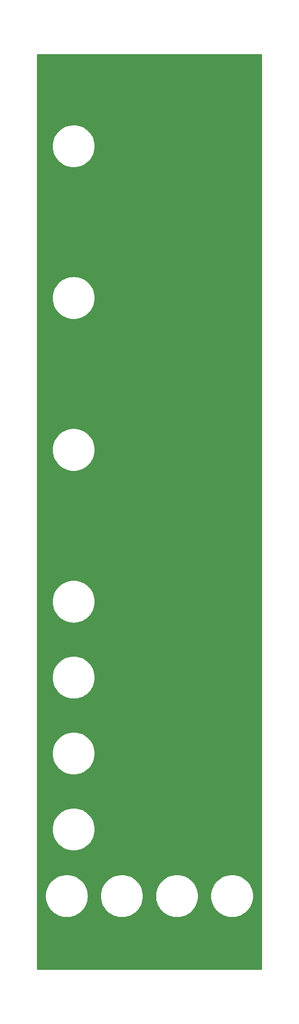
<source format=gbl>
G04 #@! TF.GenerationSoftware,KiCad,Pcbnew,8.0.3*
G04 #@! TF.CreationDate,2024-06-29T00:18:08+02:00*
G04 #@! TF.ProjectId,DMH_Adapter_Mult_PANEL,444d485f-4164-4617-9074-65725f4d756c,1*
G04 #@! TF.SameCoordinates,Original*
G04 #@! TF.FileFunction,Copper,L2,Bot*
G04 #@! TF.FilePolarity,Positive*
%FSLAX46Y46*%
G04 Gerber Fmt 4.6, Leading zero omitted, Abs format (unit mm)*
G04 Created by KiCad (PCBNEW 8.0.3) date 2024-06-29 00:18:08*
%MOMM*%
%LPD*%
G01*
G04 APERTURE LIST*
G04 #@! TA.AperFunction,ComponentPad*
%ADD10C,0.500000*%
G04 #@! TD*
G04 #@! TA.AperFunction,ConnectorPad*
%ADD11C,12.000000*%
G04 #@! TD*
G04 #@! TA.AperFunction,ComponentPad*
%ADD12C,4.000000*%
G04 #@! TD*
G04 #@! TA.AperFunction,ConnectorPad*
%ADD13C,13.000000*%
G04 #@! TD*
G04 #@! TA.AperFunction,ComponentPad*
%ADD14C,2.600000*%
G04 #@! TD*
G04 #@! TA.AperFunction,ComponentPad*
%ADD15C,13.000000*%
G04 #@! TD*
G04 APERTURE END LIST*
D10*
X113800000Y-201000000D03*
X115460000Y-196970000D03*
X115470000Y-205040000D03*
X119500000Y-195300000D03*
D11*
X119500000Y-201000000D03*
D10*
X119500000Y-206700000D03*
X123530000Y-205040000D03*
X123540000Y-196970000D03*
X125200000Y-201000000D03*
D12*
X81500000Y-245000000D03*
D10*
X97300000Y-69000000D03*
X98960000Y-64970000D03*
X98970000Y-73040000D03*
X103000000Y-63300000D03*
D13*
X103000000Y-69000000D03*
D10*
X103000000Y-74700000D03*
X107030000Y-73040000D03*
X107040000Y-64970000D03*
X108700000Y-69000000D03*
X97300000Y-118500000D03*
X98960000Y-114470000D03*
X98970000Y-122540000D03*
X103000000Y-112800000D03*
D13*
X103000000Y-118500000D03*
D10*
X103000000Y-124200000D03*
X107030000Y-122540000D03*
X107040000Y-114470000D03*
X108700000Y-118500000D03*
D12*
X124500000Y-52000000D03*
D10*
X97300000Y-151500000D03*
X98960000Y-147470000D03*
X98970000Y-155540000D03*
X103000000Y-145800000D03*
D13*
X103000000Y-151500000D03*
D10*
X103000000Y-157200000D03*
X107030000Y-155540000D03*
X107040000Y-147470000D03*
X108700000Y-151500000D03*
X97300000Y-184500000D03*
X98960000Y-180470000D03*
X98970000Y-188540000D03*
X103000000Y-178800000D03*
D13*
X103000000Y-184500000D03*
D10*
X103000000Y-190200000D03*
X107030000Y-188540000D03*
X107040000Y-180470000D03*
X108700000Y-184500000D03*
X113800000Y-135000000D03*
X115460000Y-130970000D03*
X115470000Y-139040000D03*
X119500000Y-129300000D03*
D11*
X119500000Y-135000000D03*
D10*
X119500000Y-140700000D03*
X123530000Y-139040000D03*
X123540000Y-130970000D03*
X125200000Y-135000000D03*
X113800000Y-69000000D03*
X115460000Y-64970000D03*
X115470000Y-73040000D03*
X119500000Y-63300000D03*
D11*
X119500000Y-69000000D03*
D10*
X119500000Y-74700000D03*
X123530000Y-73040000D03*
X123540000Y-64970000D03*
X125200000Y-69000000D03*
X113800000Y-85500000D03*
X115460000Y-81470000D03*
X115470000Y-89540000D03*
X119500000Y-79800000D03*
D11*
X119500000Y-85500000D03*
D10*
X119500000Y-91200000D03*
X123530000Y-89540000D03*
X123540000Y-81470000D03*
X125200000Y-85500000D03*
X113800000Y-102000000D03*
X115460000Y-97970000D03*
X115470000Y-106040000D03*
X119500000Y-96300000D03*
D11*
X119500000Y-102000000D03*
D10*
X119500000Y-107700000D03*
X123530000Y-106040000D03*
X123540000Y-97970000D03*
X125200000Y-102000000D03*
X113800000Y-184500000D03*
X115460000Y-180470000D03*
X115470000Y-188540000D03*
X119500000Y-178800000D03*
D11*
X119500000Y-184500000D03*
D10*
X119500000Y-190200000D03*
X123530000Y-188540000D03*
X123540000Y-180470000D03*
X125200000Y-184500000D03*
X97300000Y-135000000D03*
X98960000Y-130970000D03*
X98970000Y-139040000D03*
X103000000Y-129300000D03*
D13*
X103000000Y-135000000D03*
D10*
X103000000Y-140700000D03*
X107030000Y-139040000D03*
X107040000Y-130970000D03*
X108700000Y-135000000D03*
D14*
X86500000Y-112100000D03*
D15*
X86500000Y-118500000D03*
D10*
X113800000Y-168000000D03*
X115460000Y-163970000D03*
X115470000Y-172040000D03*
X119500000Y-162300000D03*
D11*
X119500000Y-168000000D03*
D10*
X119500000Y-173700000D03*
X123530000Y-172040000D03*
X123540000Y-163970000D03*
X125200000Y-168000000D03*
X113800000Y-217500000D03*
X115460000Y-213470000D03*
X115470000Y-221540000D03*
X119500000Y-211800000D03*
D11*
X119500000Y-217500000D03*
D10*
X119500000Y-223200000D03*
X123530000Y-221540000D03*
X123540000Y-213470000D03*
X125200000Y-217500000D03*
X97300000Y-217500000D03*
X98960000Y-213470000D03*
X98970000Y-221540000D03*
X103000000Y-211800000D03*
D13*
X103000000Y-217500000D03*
D10*
X103000000Y-223200000D03*
X107030000Y-221540000D03*
X107040000Y-213470000D03*
X108700000Y-217500000D03*
X97300000Y-201000000D03*
X98960000Y-196970000D03*
X98970000Y-205040000D03*
X103000000Y-195300000D03*
D13*
X103000000Y-201000000D03*
D10*
X103000000Y-206700000D03*
X107030000Y-205040000D03*
X107040000Y-196970000D03*
X108700000Y-201000000D03*
X113800000Y-118500000D03*
X115460000Y-114470000D03*
X115470000Y-122540000D03*
X119500000Y-112800000D03*
D11*
X119500000Y-118500000D03*
D10*
X119500000Y-124200000D03*
X123530000Y-122540000D03*
X123540000Y-114470000D03*
X125200000Y-118500000D03*
X113800000Y-151500000D03*
X115460000Y-147470000D03*
X115470000Y-155540000D03*
X119500000Y-145800000D03*
D11*
X119500000Y-151500000D03*
D10*
X119500000Y-157200000D03*
X123530000Y-155540000D03*
X123540000Y-147470000D03*
X125200000Y-151500000D03*
X97300000Y-168000000D03*
X98960000Y-163970000D03*
X98970000Y-172040000D03*
X103000000Y-162300000D03*
D13*
X103000000Y-168000000D03*
D10*
X103000000Y-173700000D03*
X107030000Y-172040000D03*
X107040000Y-163970000D03*
X108700000Y-168000000D03*
D12*
X81500000Y-52000000D03*
D14*
X86500000Y-79100000D03*
D15*
X86500000Y-85500000D03*
D12*
X124500000Y-245000000D03*
D10*
X97300000Y-85500000D03*
X98960000Y-81470000D03*
X98970000Y-89540000D03*
X103000000Y-79800000D03*
D13*
X103000000Y-85500000D03*
D10*
X103000000Y-91200000D03*
X107030000Y-89540000D03*
X107040000Y-81470000D03*
X108700000Y-85500000D03*
X97300000Y-102000000D03*
X98960000Y-97970000D03*
X98970000Y-106040000D03*
X103000000Y-96300000D03*
D13*
X103000000Y-102000000D03*
D10*
X103000000Y-107700000D03*
X107030000Y-106040000D03*
X107040000Y-97970000D03*
X108700000Y-102000000D03*
D14*
X86500000Y-145100000D03*
D15*
X86500000Y-151500000D03*
G04 #@! TA.AperFunction,Conductor*
G36*
X127442539Y-49020185D02*
G01*
X127488294Y-49072989D01*
X127499500Y-49124500D01*
X127499500Y-247875500D01*
X127479815Y-247942539D01*
X127427011Y-247988294D01*
X127375500Y-247999500D01*
X78624500Y-247999500D01*
X78557461Y-247979815D01*
X78511706Y-247927011D01*
X78500500Y-247875500D01*
X78500500Y-232000000D01*
X80444639Y-232000000D01*
X80464071Y-232420316D01*
X80464071Y-232420322D01*
X80464072Y-232420324D01*
X80522203Y-232837044D01*
X80522204Y-232837050D01*
X80618536Y-233246631D01*
X80752256Y-233645597D01*
X80752257Y-233645601D01*
X80922199Y-234030480D01*
X80922204Y-234030490D01*
X80922208Y-234030499D01*
X80922212Y-234030507D01*
X80922213Y-234030508D01*
X81126949Y-234398081D01*
X81126952Y-234398085D01*
X81126954Y-234398089D01*
X81364743Y-234745218D01*
X81364745Y-234745220D01*
X81364752Y-234745230D01*
X81469694Y-234871606D01*
X81633548Y-235068927D01*
X81931073Y-235366452D01*
X81931084Y-235366461D01*
X82254769Y-235635247D01*
X82254775Y-235635251D01*
X82254782Y-235635257D01*
X82601911Y-235873046D01*
X82969501Y-236077792D01*
X82969518Y-236077799D01*
X82969519Y-236077800D01*
X83354398Y-236247742D01*
X83354402Y-236247743D01*
X83354404Y-236247743D01*
X83354414Y-236247748D01*
X83753366Y-236381463D01*
X84162955Y-236477797D01*
X84579684Y-236535929D01*
X85000000Y-236555361D01*
X85420316Y-236535929D01*
X85837045Y-236477797D01*
X86246634Y-236381463D01*
X86645586Y-236247748D01*
X86645597Y-236247742D01*
X86645601Y-236247742D01*
X86882482Y-236143147D01*
X87030499Y-236077792D01*
X87398089Y-235873046D01*
X87745218Y-235635257D01*
X88068927Y-235366452D01*
X88366452Y-235068927D01*
X88635257Y-234745218D01*
X88873046Y-234398089D01*
X89077792Y-234030499D01*
X89143147Y-233882482D01*
X89247742Y-233645601D01*
X89247743Y-233645597D01*
X89247748Y-233645586D01*
X89381463Y-233246634D01*
X89477797Y-232837045D01*
X89535929Y-232420316D01*
X89555361Y-232000000D01*
X92444639Y-232000000D01*
X92464071Y-232420316D01*
X92464071Y-232420322D01*
X92464072Y-232420324D01*
X92522203Y-232837044D01*
X92522204Y-232837050D01*
X92618536Y-233246631D01*
X92752256Y-233645597D01*
X92752257Y-233645601D01*
X92922199Y-234030480D01*
X92922204Y-234030490D01*
X92922208Y-234030499D01*
X92922212Y-234030507D01*
X92922213Y-234030508D01*
X93126949Y-234398081D01*
X93126952Y-234398085D01*
X93126954Y-234398089D01*
X93364743Y-234745218D01*
X93364745Y-234745220D01*
X93364752Y-234745230D01*
X93469694Y-234871606D01*
X93633548Y-235068927D01*
X93931073Y-235366452D01*
X93931084Y-235366461D01*
X94254769Y-235635247D01*
X94254775Y-235635251D01*
X94254782Y-235635257D01*
X94601911Y-235873046D01*
X94969501Y-236077792D01*
X94969518Y-236077799D01*
X94969519Y-236077800D01*
X95354398Y-236247742D01*
X95354402Y-236247743D01*
X95354404Y-236247743D01*
X95354414Y-236247748D01*
X95753366Y-236381463D01*
X96162955Y-236477797D01*
X96579684Y-236535929D01*
X97000000Y-236555361D01*
X97420316Y-236535929D01*
X97837045Y-236477797D01*
X98246634Y-236381463D01*
X98645586Y-236247748D01*
X98645597Y-236247742D01*
X98645601Y-236247742D01*
X98882482Y-236143147D01*
X99030499Y-236077792D01*
X99398089Y-235873046D01*
X99745218Y-235635257D01*
X100068927Y-235366452D01*
X100366452Y-235068927D01*
X100635257Y-234745218D01*
X100873046Y-234398089D01*
X101077792Y-234030499D01*
X101143147Y-233882482D01*
X101247742Y-233645601D01*
X101247743Y-233645597D01*
X101247748Y-233645586D01*
X101381463Y-233246634D01*
X101477797Y-232837045D01*
X101535929Y-232420316D01*
X101555361Y-232000000D01*
X104444639Y-232000000D01*
X104464071Y-232420316D01*
X104464071Y-232420322D01*
X104464072Y-232420324D01*
X104522203Y-232837044D01*
X104522204Y-232837050D01*
X104618536Y-233246631D01*
X104752256Y-233645597D01*
X104752257Y-233645601D01*
X104922199Y-234030480D01*
X104922204Y-234030490D01*
X104922208Y-234030499D01*
X104922212Y-234030507D01*
X104922213Y-234030508D01*
X105126949Y-234398081D01*
X105126952Y-234398085D01*
X105126954Y-234398089D01*
X105364743Y-234745218D01*
X105364745Y-234745220D01*
X105364752Y-234745230D01*
X105469694Y-234871606D01*
X105633548Y-235068927D01*
X105931073Y-235366452D01*
X105931084Y-235366461D01*
X106254769Y-235635247D01*
X106254775Y-235635251D01*
X106254782Y-235635257D01*
X106601911Y-235873046D01*
X106969501Y-236077792D01*
X106969518Y-236077799D01*
X106969519Y-236077800D01*
X107354398Y-236247742D01*
X107354402Y-236247743D01*
X107354404Y-236247743D01*
X107354414Y-236247748D01*
X107753366Y-236381463D01*
X108162955Y-236477797D01*
X108579684Y-236535929D01*
X109000000Y-236555361D01*
X109420316Y-236535929D01*
X109837045Y-236477797D01*
X110246634Y-236381463D01*
X110645586Y-236247748D01*
X110645597Y-236247742D01*
X110645601Y-236247742D01*
X110882482Y-236143147D01*
X111030499Y-236077792D01*
X111398089Y-235873046D01*
X111745218Y-235635257D01*
X112068927Y-235366452D01*
X112366452Y-235068927D01*
X112635257Y-234745218D01*
X112873046Y-234398089D01*
X113077792Y-234030499D01*
X113143147Y-233882482D01*
X113247742Y-233645601D01*
X113247743Y-233645597D01*
X113247748Y-233645586D01*
X113381463Y-233246634D01*
X113477797Y-232837045D01*
X113535929Y-232420316D01*
X113555361Y-232000000D01*
X116444639Y-232000000D01*
X116464071Y-232420316D01*
X116464071Y-232420322D01*
X116464072Y-232420324D01*
X116522203Y-232837044D01*
X116522204Y-232837050D01*
X116618536Y-233246631D01*
X116752256Y-233645597D01*
X116752257Y-233645601D01*
X116922199Y-234030480D01*
X116922204Y-234030490D01*
X116922208Y-234030499D01*
X116922212Y-234030507D01*
X116922213Y-234030508D01*
X117126949Y-234398081D01*
X117126952Y-234398085D01*
X117126954Y-234398089D01*
X117364743Y-234745218D01*
X117364745Y-234745220D01*
X117364752Y-234745230D01*
X117469694Y-234871606D01*
X117633548Y-235068927D01*
X117931073Y-235366452D01*
X117931084Y-235366461D01*
X118254769Y-235635247D01*
X118254775Y-235635251D01*
X118254782Y-235635257D01*
X118601911Y-235873046D01*
X118969501Y-236077792D01*
X118969518Y-236077799D01*
X118969519Y-236077800D01*
X119354398Y-236247742D01*
X119354402Y-236247743D01*
X119354404Y-236247743D01*
X119354414Y-236247748D01*
X119753366Y-236381463D01*
X120162955Y-236477797D01*
X120579684Y-236535929D01*
X121000000Y-236555361D01*
X121420316Y-236535929D01*
X121837045Y-236477797D01*
X122246634Y-236381463D01*
X122645586Y-236247748D01*
X122645597Y-236247742D01*
X122645601Y-236247742D01*
X122882482Y-236143147D01*
X123030499Y-236077792D01*
X123398089Y-235873046D01*
X123745218Y-235635257D01*
X124068927Y-235366452D01*
X124366452Y-235068927D01*
X124635257Y-234745218D01*
X124873046Y-234398089D01*
X125077792Y-234030499D01*
X125143147Y-233882482D01*
X125247742Y-233645601D01*
X125247743Y-233645597D01*
X125247748Y-233645586D01*
X125381463Y-233246634D01*
X125477797Y-232837045D01*
X125535929Y-232420316D01*
X125555361Y-232000000D01*
X125535929Y-231579684D01*
X125477797Y-231162955D01*
X125381463Y-230753366D01*
X125247748Y-230354414D01*
X125247743Y-230354402D01*
X125247742Y-230354398D01*
X125077800Y-229969519D01*
X125077799Y-229969518D01*
X125077792Y-229969501D01*
X124911998Y-229671844D01*
X124873050Y-229601918D01*
X124873049Y-229601917D01*
X124873046Y-229601911D01*
X124635257Y-229254782D01*
X124635251Y-229254775D01*
X124635247Y-229254769D01*
X124366461Y-228931084D01*
X124366452Y-228931073D01*
X124068927Y-228633548D01*
X123871908Y-228469945D01*
X123745230Y-228364752D01*
X123745220Y-228364745D01*
X123745218Y-228364743D01*
X123398089Y-228126954D01*
X123398085Y-228126952D01*
X123398081Y-228126949D01*
X123030508Y-227922213D01*
X123030507Y-227922212D01*
X123030499Y-227922208D01*
X123030490Y-227922204D01*
X123030480Y-227922199D01*
X122645601Y-227752257D01*
X122645597Y-227752256D01*
X122645588Y-227752253D01*
X122645586Y-227752252D01*
X122246634Y-227618537D01*
X122246633Y-227618536D01*
X122246631Y-227618536D01*
X121837050Y-227522204D01*
X121837047Y-227522203D01*
X121837045Y-227522203D01*
X121609493Y-227490460D01*
X121420324Y-227464072D01*
X121420322Y-227464071D01*
X121420316Y-227464071D01*
X121000000Y-227444639D01*
X120579684Y-227464071D01*
X120579677Y-227464071D01*
X120579675Y-227464072D01*
X120162955Y-227522203D01*
X120162949Y-227522204D01*
X119753368Y-227618536D01*
X119354402Y-227752256D01*
X119354398Y-227752257D01*
X118969519Y-227922199D01*
X118969491Y-227922213D01*
X118601918Y-228126949D01*
X118601912Y-228126953D01*
X118254779Y-228364745D01*
X118254769Y-228364752D01*
X117931084Y-228633538D01*
X117931064Y-228633556D01*
X117633556Y-228931064D01*
X117633538Y-228931084D01*
X117364752Y-229254769D01*
X117364745Y-229254779D01*
X117126953Y-229601912D01*
X117126949Y-229601918D01*
X116922213Y-229969491D01*
X116922199Y-229969519D01*
X116752257Y-230354398D01*
X116752256Y-230354402D01*
X116618536Y-230753368D01*
X116522204Y-231162949D01*
X116522203Y-231162955D01*
X116464071Y-231579684D01*
X116444639Y-232000000D01*
X113555361Y-232000000D01*
X113535929Y-231579684D01*
X113477797Y-231162955D01*
X113381463Y-230753366D01*
X113247748Y-230354414D01*
X113247743Y-230354402D01*
X113247742Y-230354398D01*
X113077800Y-229969519D01*
X113077799Y-229969518D01*
X113077792Y-229969501D01*
X112911998Y-229671844D01*
X112873050Y-229601918D01*
X112873049Y-229601917D01*
X112873046Y-229601911D01*
X112635257Y-229254782D01*
X112635251Y-229254775D01*
X112635247Y-229254769D01*
X112366461Y-228931084D01*
X112366452Y-228931073D01*
X112068927Y-228633548D01*
X111871908Y-228469945D01*
X111745230Y-228364752D01*
X111745220Y-228364745D01*
X111745218Y-228364743D01*
X111398089Y-228126954D01*
X111398085Y-228126952D01*
X111398081Y-228126949D01*
X111030508Y-227922213D01*
X111030507Y-227922212D01*
X111030499Y-227922208D01*
X111030490Y-227922204D01*
X111030480Y-227922199D01*
X110645601Y-227752257D01*
X110645597Y-227752256D01*
X110645588Y-227752253D01*
X110645586Y-227752252D01*
X110246634Y-227618537D01*
X110246633Y-227618536D01*
X110246631Y-227618536D01*
X109837050Y-227522204D01*
X109837047Y-227522203D01*
X109837045Y-227522203D01*
X109609493Y-227490460D01*
X109420324Y-227464072D01*
X109420322Y-227464071D01*
X109420316Y-227464071D01*
X109000000Y-227444639D01*
X108579684Y-227464071D01*
X108579677Y-227464071D01*
X108579675Y-227464072D01*
X108162955Y-227522203D01*
X108162949Y-227522204D01*
X107753368Y-227618536D01*
X107354402Y-227752256D01*
X107354398Y-227752257D01*
X106969519Y-227922199D01*
X106969491Y-227922213D01*
X106601918Y-228126949D01*
X106601912Y-228126953D01*
X106254779Y-228364745D01*
X106254769Y-228364752D01*
X105931084Y-228633538D01*
X105931064Y-228633556D01*
X105633556Y-228931064D01*
X105633538Y-228931084D01*
X105364752Y-229254769D01*
X105364745Y-229254779D01*
X105126953Y-229601912D01*
X105126949Y-229601918D01*
X104922213Y-229969491D01*
X104922199Y-229969519D01*
X104752257Y-230354398D01*
X104752256Y-230354402D01*
X104618536Y-230753368D01*
X104522204Y-231162949D01*
X104522203Y-231162955D01*
X104464071Y-231579684D01*
X104444639Y-232000000D01*
X101555361Y-232000000D01*
X101535929Y-231579684D01*
X101477797Y-231162955D01*
X101381463Y-230753366D01*
X101247748Y-230354414D01*
X101247743Y-230354402D01*
X101247742Y-230354398D01*
X101077800Y-229969519D01*
X101077799Y-229969518D01*
X101077792Y-229969501D01*
X100911998Y-229671844D01*
X100873050Y-229601918D01*
X100873049Y-229601917D01*
X100873046Y-229601911D01*
X100635257Y-229254782D01*
X100635251Y-229254775D01*
X100635247Y-229254769D01*
X100366461Y-228931084D01*
X100366452Y-228931073D01*
X100068927Y-228633548D01*
X99871908Y-228469945D01*
X99745230Y-228364752D01*
X99745220Y-228364745D01*
X99745218Y-228364743D01*
X99398089Y-228126954D01*
X99398085Y-228126952D01*
X99398081Y-228126949D01*
X99030508Y-227922213D01*
X99030507Y-227922212D01*
X99030499Y-227922208D01*
X99030490Y-227922204D01*
X99030480Y-227922199D01*
X98645601Y-227752257D01*
X98645597Y-227752256D01*
X98645588Y-227752253D01*
X98645586Y-227752252D01*
X98246634Y-227618537D01*
X98246633Y-227618536D01*
X98246631Y-227618536D01*
X97837050Y-227522204D01*
X97837047Y-227522203D01*
X97837045Y-227522203D01*
X97609493Y-227490460D01*
X97420324Y-227464072D01*
X97420322Y-227464071D01*
X97420316Y-227464071D01*
X97000000Y-227444639D01*
X96579684Y-227464071D01*
X96579677Y-227464071D01*
X96579675Y-227464072D01*
X96162955Y-227522203D01*
X96162949Y-227522204D01*
X95753368Y-227618536D01*
X95354402Y-227752256D01*
X95354398Y-227752257D01*
X94969519Y-227922199D01*
X94969491Y-227922213D01*
X94601918Y-228126949D01*
X94601912Y-228126953D01*
X94254779Y-228364745D01*
X94254769Y-228364752D01*
X93931084Y-228633538D01*
X93931064Y-228633556D01*
X93633556Y-228931064D01*
X93633538Y-228931084D01*
X93364752Y-229254769D01*
X93364745Y-229254779D01*
X93126953Y-229601912D01*
X93126949Y-229601918D01*
X92922213Y-229969491D01*
X92922199Y-229969519D01*
X92752257Y-230354398D01*
X92752256Y-230354402D01*
X92618536Y-230753368D01*
X92522204Y-231162949D01*
X92522203Y-231162955D01*
X92464071Y-231579684D01*
X92444639Y-232000000D01*
X89555361Y-232000000D01*
X89535929Y-231579684D01*
X89477797Y-231162955D01*
X89381463Y-230753366D01*
X89247748Y-230354414D01*
X89247743Y-230354402D01*
X89247742Y-230354398D01*
X89077800Y-229969519D01*
X89077799Y-229969518D01*
X89077792Y-229969501D01*
X88911998Y-229671844D01*
X88873050Y-229601918D01*
X88873049Y-229601917D01*
X88873046Y-229601911D01*
X88635257Y-229254782D01*
X88635251Y-229254775D01*
X88635247Y-229254769D01*
X88366461Y-228931084D01*
X88366452Y-228931073D01*
X88068927Y-228633548D01*
X87871908Y-228469945D01*
X87745230Y-228364752D01*
X87745220Y-228364745D01*
X87745218Y-228364743D01*
X87398089Y-228126954D01*
X87398085Y-228126952D01*
X87398081Y-228126949D01*
X87030508Y-227922213D01*
X87030507Y-227922212D01*
X87030499Y-227922208D01*
X87030490Y-227922204D01*
X87030480Y-227922199D01*
X86645601Y-227752257D01*
X86645597Y-227752256D01*
X86645588Y-227752253D01*
X86645586Y-227752252D01*
X86246634Y-227618537D01*
X86246633Y-227618536D01*
X86246631Y-227618536D01*
X85837050Y-227522204D01*
X85837047Y-227522203D01*
X85837045Y-227522203D01*
X85609493Y-227490460D01*
X85420324Y-227464072D01*
X85420322Y-227464071D01*
X85420316Y-227464071D01*
X85000000Y-227444639D01*
X84579684Y-227464071D01*
X84579677Y-227464071D01*
X84579675Y-227464072D01*
X84162955Y-227522203D01*
X84162949Y-227522204D01*
X83753368Y-227618536D01*
X83354402Y-227752256D01*
X83354398Y-227752257D01*
X82969519Y-227922199D01*
X82969491Y-227922213D01*
X82601918Y-228126949D01*
X82601912Y-228126953D01*
X82254779Y-228364745D01*
X82254769Y-228364752D01*
X81931084Y-228633538D01*
X81931064Y-228633556D01*
X81633556Y-228931064D01*
X81633538Y-228931084D01*
X81364752Y-229254769D01*
X81364745Y-229254779D01*
X81126953Y-229601912D01*
X81126949Y-229601918D01*
X80922213Y-229969491D01*
X80922199Y-229969519D01*
X80752257Y-230354398D01*
X80752256Y-230354402D01*
X80618536Y-230753368D01*
X80522204Y-231162949D01*
X80522203Y-231162955D01*
X80464071Y-231579684D01*
X80444639Y-232000000D01*
X78500500Y-232000000D01*
X78500500Y-217500000D01*
X81944639Y-217500000D01*
X81964071Y-217920316D01*
X81964071Y-217920322D01*
X81964072Y-217920324D01*
X81990460Y-218109493D01*
X82021584Y-218332611D01*
X82022203Y-218337044D01*
X82022204Y-218337050D01*
X82109461Y-218708048D01*
X82118537Y-218746634D01*
X82157215Y-218862035D01*
X82252256Y-219145597D01*
X82252257Y-219145601D01*
X82422199Y-219530480D01*
X82422204Y-219530490D01*
X82422208Y-219530499D01*
X82422212Y-219530507D01*
X82422213Y-219530508D01*
X82626949Y-219898081D01*
X82626952Y-219898085D01*
X82626954Y-219898089D01*
X82864743Y-220245218D01*
X82864745Y-220245220D01*
X82864752Y-220245230D01*
X82969694Y-220371606D01*
X83133548Y-220568927D01*
X83431073Y-220866452D01*
X83431084Y-220866461D01*
X83754769Y-221135247D01*
X83754775Y-221135251D01*
X83754782Y-221135257D01*
X84101911Y-221373046D01*
X84469501Y-221577792D01*
X84469518Y-221577799D01*
X84469519Y-221577800D01*
X84854398Y-221747742D01*
X84854402Y-221747743D01*
X84854404Y-221747743D01*
X84854414Y-221747748D01*
X85253366Y-221881463D01*
X85662955Y-221977797D01*
X86079684Y-222035929D01*
X86500000Y-222055361D01*
X86920316Y-222035929D01*
X87337045Y-221977797D01*
X87746634Y-221881463D01*
X88145586Y-221747748D01*
X88145597Y-221747742D01*
X88145601Y-221747742D01*
X88382482Y-221643147D01*
X88530499Y-221577792D01*
X88898089Y-221373046D01*
X89245218Y-221135257D01*
X89568927Y-220866452D01*
X89866452Y-220568927D01*
X90135257Y-220245218D01*
X90373046Y-219898089D01*
X90577792Y-219530499D01*
X90679239Y-219300744D01*
X90747742Y-219145601D01*
X90747743Y-219145597D01*
X90747748Y-219145586D01*
X90881463Y-218746634D01*
X90977797Y-218337045D01*
X91035929Y-217920316D01*
X91055361Y-217500000D01*
X91055361Y-217499999D01*
X99394559Y-217499999D01*
X99394559Y-217500000D01*
X99414310Y-217876872D01*
X99473346Y-218249607D01*
X99473347Y-218249614D01*
X99571023Y-218614147D01*
X99706267Y-218966468D01*
X99877599Y-219302725D01*
X100083135Y-219619223D01*
X100169989Y-219726479D01*
X100320635Y-219912511D01*
X100587489Y-220179365D01*
X100587493Y-220179368D01*
X100880776Y-220416864D01*
X101197274Y-220622400D01*
X101197279Y-220622403D01*
X101533535Y-220793734D01*
X101885857Y-220928978D01*
X102250387Y-221026653D01*
X102623129Y-221085690D01*
X102979155Y-221104348D01*
X102999999Y-221105441D01*
X103000000Y-221105441D01*
X103000001Y-221105441D01*
X103019752Y-221104405D01*
X103376871Y-221085690D01*
X103749613Y-221026653D01*
X104114143Y-220928978D01*
X104466465Y-220793734D01*
X104802721Y-220622403D01*
X105119225Y-220416863D01*
X105412511Y-220179365D01*
X105679365Y-219912511D01*
X105916863Y-219619225D01*
X106122403Y-219302721D01*
X106293734Y-218966465D01*
X106428978Y-218614143D01*
X106526653Y-218249613D01*
X106585690Y-217876871D01*
X106605441Y-217500000D01*
X106605441Y-217499993D01*
X114094630Y-217499993D01*
X114094630Y-217500006D01*
X114114101Y-217958394D01*
X114172381Y-218413513D01*
X114269043Y-218862028D01*
X114403399Y-219300746D01*
X114403401Y-219300751D01*
X114574468Y-219726468D01*
X114574472Y-219726479D01*
X114781026Y-220136154D01*
X114781037Y-220136174D01*
X114848186Y-220245230D01*
X115021599Y-220526871D01*
X115294429Y-220895762D01*
X115294434Y-220895767D01*
X115294435Y-220895769D01*
X115505202Y-221135247D01*
X115597560Y-221240186D01*
X115928809Y-221557662D01*
X116285788Y-221845902D01*
X116665925Y-222102830D01*
X117066482Y-222326595D01*
X117066485Y-222326596D01*
X117066494Y-222326601D01*
X117484566Y-222515581D01*
X117484573Y-222515584D01*
X117917185Y-222668435D01*
X118361201Y-222784048D01*
X118813422Y-222861589D01*
X118954946Y-222873634D01*
X119270571Y-222900499D01*
X119270588Y-222900499D01*
X119270590Y-222900500D01*
X119270591Y-222900500D01*
X119729409Y-222900500D01*
X119729410Y-222900500D01*
X119729411Y-222900499D01*
X119729428Y-222900499D01*
X120001523Y-222877339D01*
X120186578Y-222861589D01*
X120638799Y-222784048D01*
X121082815Y-222668435D01*
X121515427Y-222515584D01*
X121933518Y-222326595D01*
X122334075Y-222102830D01*
X122714212Y-221845902D01*
X123071191Y-221557662D01*
X123402440Y-221240186D01*
X123705571Y-220895762D01*
X123978401Y-220526871D01*
X124218964Y-220136172D01*
X124425527Y-219726479D01*
X124596601Y-219300744D01*
X124730955Y-218862035D01*
X124827619Y-218413512D01*
X124885897Y-217958407D01*
X124887516Y-217920316D01*
X124905370Y-217500006D01*
X124905370Y-217499993D01*
X124885898Y-217041605D01*
X124885897Y-217041599D01*
X124885897Y-217041593D01*
X124827619Y-216586488D01*
X124730955Y-216137965D01*
X124596601Y-215699256D01*
X124425527Y-215273521D01*
X124425527Y-215273520D01*
X124218973Y-214863845D01*
X124218962Y-214863825D01*
X124192369Y-214820635D01*
X123978401Y-214473129D01*
X123705571Y-214104238D01*
X123402440Y-213759814D01*
X123071191Y-213442338D01*
X122714212Y-213154098D01*
X122334075Y-212897170D01*
X122311723Y-212884683D01*
X121933526Y-212673409D01*
X121933505Y-212673398D01*
X121515433Y-212484418D01*
X121082810Y-212331563D01*
X120638797Y-212215951D01*
X120186588Y-212138412D01*
X120186562Y-212138409D01*
X119729428Y-212099500D01*
X119729410Y-212099500D01*
X119270590Y-212099500D01*
X119270571Y-212099500D01*
X118813437Y-212138409D01*
X118813411Y-212138412D01*
X118361202Y-212215951D01*
X117917189Y-212331563D01*
X117484566Y-212484418D01*
X117066494Y-212673398D01*
X117066473Y-212673409D01*
X116665933Y-212897165D01*
X116665914Y-212897177D01*
X116285793Y-213154094D01*
X115928806Y-213442340D01*
X115597559Y-213759814D01*
X115294435Y-214104230D01*
X115294429Y-214104237D01*
X115294429Y-214104238D01*
X115272746Y-214133556D01*
X115021598Y-214473130D01*
X114781037Y-214863825D01*
X114781026Y-214863845D01*
X114574472Y-215273520D01*
X114574468Y-215273531D01*
X114403401Y-215699248D01*
X114403399Y-215699253D01*
X114269043Y-216137971D01*
X114172381Y-216586486D01*
X114114101Y-217041605D01*
X114094630Y-217499993D01*
X106605441Y-217499993D01*
X106585690Y-217123129D01*
X106526653Y-216750387D01*
X106428978Y-216385857D01*
X106293734Y-216033535D01*
X106122403Y-215697280D01*
X105916863Y-215380775D01*
X105679365Y-215087489D01*
X105412511Y-214820635D01*
X105119225Y-214583137D01*
X105119223Y-214583135D01*
X104802725Y-214377599D01*
X104466468Y-214206267D01*
X104114147Y-214071023D01*
X103749614Y-213973347D01*
X103749607Y-213973346D01*
X103376872Y-213914310D01*
X103000001Y-213894559D01*
X102999999Y-213894559D01*
X102623127Y-213914310D01*
X102250392Y-213973346D01*
X102250385Y-213973347D01*
X101885852Y-214071023D01*
X101533531Y-214206267D01*
X101197275Y-214377599D01*
X100880776Y-214583135D01*
X100587493Y-214820631D01*
X100587485Y-214820638D01*
X100320638Y-215087485D01*
X100320631Y-215087493D01*
X100083135Y-215380776D01*
X99877599Y-215697275D01*
X99706267Y-216033531D01*
X99571023Y-216385852D01*
X99473347Y-216750385D01*
X99473346Y-216750392D01*
X99414310Y-217123127D01*
X99394559Y-217499999D01*
X91055361Y-217499999D01*
X91035929Y-217079684D01*
X90977797Y-216662955D01*
X90881463Y-216253366D01*
X90747748Y-215854414D01*
X90747743Y-215854402D01*
X90747742Y-215854398D01*
X90577800Y-215469519D01*
X90577799Y-215469518D01*
X90577792Y-215469501D01*
X90411998Y-215171844D01*
X90373050Y-215101918D01*
X90373049Y-215101917D01*
X90373046Y-215101911D01*
X90135257Y-214754782D01*
X90135251Y-214754775D01*
X90135247Y-214754769D01*
X89866461Y-214431084D01*
X89866452Y-214431073D01*
X89568927Y-214133548D01*
X89557700Y-214124225D01*
X89245230Y-213864752D01*
X89245220Y-213864745D01*
X89245218Y-213864743D01*
X88898089Y-213626954D01*
X88898085Y-213626952D01*
X88898081Y-213626949D01*
X88530508Y-213422213D01*
X88530507Y-213422212D01*
X88530499Y-213422208D01*
X88530490Y-213422204D01*
X88530480Y-213422199D01*
X88145601Y-213252257D01*
X88145597Y-213252256D01*
X88145588Y-213252253D01*
X88145586Y-213252252D01*
X87746634Y-213118537D01*
X87746633Y-213118536D01*
X87746631Y-213118536D01*
X87337050Y-213022204D01*
X87337047Y-213022203D01*
X87337045Y-213022203D01*
X87109493Y-212990460D01*
X86920324Y-212964072D01*
X86920322Y-212964071D01*
X86920316Y-212964071D01*
X86500000Y-212944639D01*
X86079684Y-212964071D01*
X86079677Y-212964071D01*
X86079675Y-212964072D01*
X85662955Y-213022203D01*
X85662949Y-213022204D01*
X85253368Y-213118536D01*
X84854402Y-213252256D01*
X84854398Y-213252257D01*
X84469519Y-213422199D01*
X84469491Y-213422213D01*
X84101918Y-213626949D01*
X84101912Y-213626953D01*
X83754779Y-213864745D01*
X83754769Y-213864752D01*
X83431084Y-214133538D01*
X83431064Y-214133556D01*
X83133556Y-214431064D01*
X83133538Y-214431084D01*
X82864752Y-214754769D01*
X82864745Y-214754779D01*
X82626953Y-215101912D01*
X82626949Y-215101918D01*
X82422213Y-215469491D01*
X82422199Y-215469519D01*
X82252257Y-215854398D01*
X82252256Y-215854402D01*
X82118536Y-216253368D01*
X82022204Y-216662949D01*
X82022203Y-216662955D01*
X81969385Y-217041593D01*
X81964071Y-217079684D01*
X81944639Y-217500000D01*
X78500500Y-217500000D01*
X78500500Y-201000000D01*
X81944639Y-201000000D01*
X81964071Y-201420316D01*
X81964071Y-201420322D01*
X81964072Y-201420324D01*
X81990460Y-201609493D01*
X82021584Y-201832611D01*
X82022203Y-201837044D01*
X82022204Y-201837050D01*
X82109461Y-202208048D01*
X82118537Y-202246634D01*
X82157215Y-202362035D01*
X82252256Y-202645597D01*
X82252257Y-202645601D01*
X82422199Y-203030480D01*
X82422204Y-203030490D01*
X82422208Y-203030499D01*
X82422212Y-203030507D01*
X82422213Y-203030508D01*
X82626949Y-203398081D01*
X82626952Y-203398085D01*
X82626954Y-203398089D01*
X82864743Y-203745218D01*
X82864745Y-203745220D01*
X82864752Y-203745230D01*
X82969694Y-203871606D01*
X83133548Y-204068927D01*
X83431073Y-204366452D01*
X83431084Y-204366461D01*
X83754769Y-204635247D01*
X83754775Y-204635251D01*
X83754782Y-204635257D01*
X84101911Y-204873046D01*
X84469501Y-205077792D01*
X84469518Y-205077799D01*
X84469519Y-205077800D01*
X84854398Y-205247742D01*
X84854402Y-205247743D01*
X84854404Y-205247743D01*
X84854414Y-205247748D01*
X85253366Y-205381463D01*
X85662955Y-205477797D01*
X86079684Y-205535929D01*
X86500000Y-205555361D01*
X86920316Y-205535929D01*
X87337045Y-205477797D01*
X87746634Y-205381463D01*
X88145586Y-205247748D01*
X88145597Y-205247742D01*
X88145601Y-205247742D01*
X88382482Y-205143147D01*
X88530499Y-205077792D01*
X88898089Y-204873046D01*
X89245218Y-204635257D01*
X89568927Y-204366452D01*
X89866452Y-204068927D01*
X90135257Y-203745218D01*
X90373046Y-203398089D01*
X90577792Y-203030499D01*
X90679239Y-202800744D01*
X90747742Y-202645601D01*
X90747743Y-202645597D01*
X90747748Y-202645586D01*
X90881463Y-202246634D01*
X90977797Y-201837045D01*
X91035929Y-201420316D01*
X91055361Y-201000000D01*
X91055361Y-200999999D01*
X99394559Y-200999999D01*
X99394559Y-201000000D01*
X99414310Y-201376872D01*
X99473346Y-201749607D01*
X99473347Y-201749614D01*
X99571023Y-202114147D01*
X99706267Y-202466468D01*
X99877599Y-202802725D01*
X100083135Y-203119223D01*
X100169989Y-203226479D01*
X100320635Y-203412511D01*
X100587489Y-203679365D01*
X100587493Y-203679368D01*
X100880776Y-203916864D01*
X101197274Y-204122400D01*
X101197279Y-204122403D01*
X101533535Y-204293734D01*
X101885857Y-204428978D01*
X102250387Y-204526653D01*
X102623129Y-204585690D01*
X102979155Y-204604348D01*
X102999999Y-204605441D01*
X103000000Y-204605441D01*
X103000001Y-204605441D01*
X103019752Y-204604405D01*
X103376871Y-204585690D01*
X103749613Y-204526653D01*
X104114143Y-204428978D01*
X104466465Y-204293734D01*
X104802721Y-204122403D01*
X105119225Y-203916863D01*
X105412511Y-203679365D01*
X105679365Y-203412511D01*
X105916863Y-203119225D01*
X106122403Y-202802721D01*
X106293734Y-202466465D01*
X106428978Y-202114143D01*
X106526653Y-201749613D01*
X106585690Y-201376871D01*
X106605441Y-201000000D01*
X106605441Y-200999993D01*
X114094630Y-200999993D01*
X114094630Y-201000006D01*
X114114101Y-201458394D01*
X114172381Y-201913513D01*
X114269043Y-202362028D01*
X114403399Y-202800746D01*
X114403401Y-202800751D01*
X114574468Y-203226468D01*
X114574472Y-203226479D01*
X114781026Y-203636154D01*
X114781037Y-203636174D01*
X114848186Y-203745230D01*
X115021599Y-204026871D01*
X115294429Y-204395762D01*
X115294434Y-204395767D01*
X115294435Y-204395769D01*
X115505202Y-204635247D01*
X115597560Y-204740186D01*
X115928809Y-205057662D01*
X116285788Y-205345902D01*
X116665925Y-205602830D01*
X117066482Y-205826595D01*
X117066485Y-205826596D01*
X117066494Y-205826601D01*
X117484566Y-206015581D01*
X117484573Y-206015584D01*
X117917185Y-206168435D01*
X118361201Y-206284048D01*
X118813422Y-206361589D01*
X118954946Y-206373634D01*
X119270571Y-206400499D01*
X119270588Y-206400499D01*
X119270590Y-206400500D01*
X119270591Y-206400500D01*
X119729409Y-206400500D01*
X119729410Y-206400500D01*
X119729411Y-206400499D01*
X119729428Y-206400499D01*
X120001523Y-206377339D01*
X120186578Y-206361589D01*
X120638799Y-206284048D01*
X121082815Y-206168435D01*
X121515427Y-206015584D01*
X121933518Y-205826595D01*
X122334075Y-205602830D01*
X122714212Y-205345902D01*
X123071191Y-205057662D01*
X123402440Y-204740186D01*
X123705571Y-204395762D01*
X123978401Y-204026871D01*
X124218964Y-203636172D01*
X124425527Y-203226479D01*
X124596601Y-202800744D01*
X124730955Y-202362035D01*
X124827619Y-201913512D01*
X124885897Y-201458407D01*
X124887516Y-201420316D01*
X124905370Y-201000006D01*
X124905370Y-200999993D01*
X124885898Y-200541605D01*
X124885897Y-200541599D01*
X124885897Y-200541593D01*
X124827619Y-200086488D01*
X124730955Y-199637965D01*
X124596601Y-199199256D01*
X124425527Y-198773521D01*
X124425527Y-198773520D01*
X124218973Y-198363845D01*
X124218962Y-198363825D01*
X124192369Y-198320635D01*
X123978401Y-197973129D01*
X123705571Y-197604238D01*
X123402440Y-197259814D01*
X123071191Y-196942338D01*
X122714212Y-196654098D01*
X122334075Y-196397170D01*
X122311723Y-196384683D01*
X121933526Y-196173409D01*
X121933505Y-196173398D01*
X121515433Y-195984418D01*
X121082810Y-195831563D01*
X120638797Y-195715951D01*
X120186588Y-195638412D01*
X120186562Y-195638409D01*
X119729428Y-195599500D01*
X119729410Y-195599500D01*
X119270590Y-195599500D01*
X119270571Y-195599500D01*
X118813437Y-195638409D01*
X118813411Y-195638412D01*
X118361202Y-195715951D01*
X117917189Y-195831563D01*
X117484566Y-195984418D01*
X117066494Y-196173398D01*
X117066473Y-196173409D01*
X116665933Y-196397165D01*
X116665914Y-196397177D01*
X116285793Y-196654094D01*
X115928806Y-196942340D01*
X115597559Y-197259814D01*
X115294435Y-197604230D01*
X115294429Y-197604237D01*
X115294429Y-197604238D01*
X115272746Y-197633556D01*
X115021598Y-197973130D01*
X114781037Y-198363825D01*
X114781026Y-198363845D01*
X114574472Y-198773520D01*
X114574468Y-198773531D01*
X114403401Y-199199248D01*
X114403399Y-199199253D01*
X114269043Y-199637971D01*
X114172381Y-200086486D01*
X114114101Y-200541605D01*
X114094630Y-200999993D01*
X106605441Y-200999993D01*
X106585690Y-200623129D01*
X106526653Y-200250387D01*
X106428978Y-199885857D01*
X106293734Y-199533535D01*
X106122403Y-199197280D01*
X105916863Y-198880775D01*
X105679365Y-198587489D01*
X105412511Y-198320635D01*
X105119225Y-198083137D01*
X105119223Y-198083135D01*
X104802725Y-197877599D01*
X104466468Y-197706267D01*
X104114147Y-197571023D01*
X103749614Y-197473347D01*
X103749607Y-197473346D01*
X103376872Y-197414310D01*
X103000001Y-197394559D01*
X102999999Y-197394559D01*
X102623127Y-197414310D01*
X102250392Y-197473346D01*
X102250385Y-197473347D01*
X101885852Y-197571023D01*
X101533531Y-197706267D01*
X101197275Y-197877599D01*
X100880776Y-198083135D01*
X100587493Y-198320631D01*
X100587485Y-198320638D01*
X100320638Y-198587485D01*
X100320631Y-198587493D01*
X100083135Y-198880776D01*
X99877599Y-199197275D01*
X99706267Y-199533531D01*
X99571023Y-199885852D01*
X99473347Y-200250385D01*
X99473346Y-200250392D01*
X99414310Y-200623127D01*
X99394559Y-200999999D01*
X91055361Y-200999999D01*
X91035929Y-200579684D01*
X90977797Y-200162955D01*
X90881463Y-199753366D01*
X90747748Y-199354414D01*
X90747743Y-199354402D01*
X90747742Y-199354398D01*
X90577800Y-198969519D01*
X90577799Y-198969518D01*
X90577792Y-198969501D01*
X90411998Y-198671844D01*
X90373050Y-198601918D01*
X90373049Y-198601917D01*
X90373046Y-198601911D01*
X90135257Y-198254782D01*
X90135251Y-198254775D01*
X90135247Y-198254769D01*
X89866461Y-197931084D01*
X89866452Y-197931073D01*
X89568927Y-197633548D01*
X89557700Y-197624225D01*
X89245230Y-197364752D01*
X89245220Y-197364745D01*
X89245218Y-197364743D01*
X88898089Y-197126954D01*
X88898085Y-197126952D01*
X88898081Y-197126949D01*
X88530508Y-196922213D01*
X88530507Y-196922212D01*
X88530499Y-196922208D01*
X88530490Y-196922204D01*
X88530480Y-196922199D01*
X88145601Y-196752257D01*
X88145597Y-196752256D01*
X88145588Y-196752253D01*
X88145586Y-196752252D01*
X87746634Y-196618537D01*
X87746633Y-196618536D01*
X87746631Y-196618536D01*
X87337050Y-196522204D01*
X87337047Y-196522203D01*
X87337045Y-196522203D01*
X87109493Y-196490460D01*
X86920324Y-196464072D01*
X86920322Y-196464071D01*
X86920316Y-196464071D01*
X86500000Y-196444639D01*
X86079684Y-196464071D01*
X86079677Y-196464071D01*
X86079675Y-196464072D01*
X85662955Y-196522203D01*
X85662949Y-196522204D01*
X85253368Y-196618536D01*
X84854402Y-196752256D01*
X84854398Y-196752257D01*
X84469519Y-196922199D01*
X84469491Y-196922213D01*
X84101918Y-197126949D01*
X84101912Y-197126953D01*
X83754779Y-197364745D01*
X83754769Y-197364752D01*
X83431084Y-197633538D01*
X83431064Y-197633556D01*
X83133556Y-197931064D01*
X83133538Y-197931084D01*
X82864752Y-198254769D01*
X82864745Y-198254779D01*
X82626953Y-198601912D01*
X82626949Y-198601918D01*
X82422213Y-198969491D01*
X82422199Y-198969519D01*
X82252257Y-199354398D01*
X82252256Y-199354402D01*
X82118536Y-199753368D01*
X82022204Y-200162949D01*
X82022203Y-200162955D01*
X81969385Y-200541593D01*
X81964071Y-200579684D01*
X81944639Y-201000000D01*
X78500500Y-201000000D01*
X78500500Y-184500000D01*
X81944639Y-184500000D01*
X81964071Y-184920316D01*
X81964071Y-184920322D01*
X81964072Y-184920324D01*
X81990460Y-185109493D01*
X82021584Y-185332611D01*
X82022203Y-185337044D01*
X82022204Y-185337050D01*
X82109461Y-185708048D01*
X82118537Y-185746634D01*
X82157215Y-185862035D01*
X82252256Y-186145597D01*
X82252257Y-186145601D01*
X82422199Y-186530480D01*
X82422204Y-186530490D01*
X82422208Y-186530499D01*
X82422212Y-186530507D01*
X82422213Y-186530508D01*
X82626949Y-186898081D01*
X82626952Y-186898085D01*
X82626954Y-186898089D01*
X82864743Y-187245218D01*
X82864745Y-187245220D01*
X82864752Y-187245230D01*
X82969694Y-187371606D01*
X83133548Y-187568927D01*
X83431073Y-187866452D01*
X83431084Y-187866461D01*
X83754769Y-188135247D01*
X83754775Y-188135251D01*
X83754782Y-188135257D01*
X84101911Y-188373046D01*
X84469501Y-188577792D01*
X84469518Y-188577799D01*
X84469519Y-188577800D01*
X84854398Y-188747742D01*
X84854402Y-188747743D01*
X84854404Y-188747743D01*
X84854414Y-188747748D01*
X85253366Y-188881463D01*
X85662955Y-188977797D01*
X86079684Y-189035929D01*
X86500000Y-189055361D01*
X86920316Y-189035929D01*
X87337045Y-188977797D01*
X87746634Y-188881463D01*
X88145586Y-188747748D01*
X88145597Y-188747742D01*
X88145601Y-188747742D01*
X88382482Y-188643147D01*
X88530499Y-188577792D01*
X88898089Y-188373046D01*
X89245218Y-188135257D01*
X89568927Y-187866452D01*
X89866452Y-187568927D01*
X90135257Y-187245218D01*
X90373046Y-186898089D01*
X90577792Y-186530499D01*
X90679239Y-186300744D01*
X90747742Y-186145601D01*
X90747743Y-186145597D01*
X90747748Y-186145586D01*
X90881463Y-185746634D01*
X90977797Y-185337045D01*
X91035929Y-184920316D01*
X91055361Y-184500000D01*
X91055361Y-184499999D01*
X99394559Y-184499999D01*
X99394559Y-184500000D01*
X99414310Y-184876872D01*
X99473346Y-185249607D01*
X99473347Y-185249614D01*
X99571023Y-185614147D01*
X99706267Y-185966468D01*
X99877599Y-186302725D01*
X100083135Y-186619223D01*
X100169989Y-186726479D01*
X100320635Y-186912511D01*
X100587489Y-187179365D01*
X100587493Y-187179368D01*
X100880776Y-187416864D01*
X101197274Y-187622400D01*
X101197279Y-187622403D01*
X101533535Y-187793734D01*
X101885857Y-187928978D01*
X102250387Y-188026653D01*
X102623129Y-188085690D01*
X102979155Y-188104348D01*
X102999999Y-188105441D01*
X103000000Y-188105441D01*
X103000001Y-188105441D01*
X103019752Y-188104405D01*
X103376871Y-188085690D01*
X103749613Y-188026653D01*
X104114143Y-187928978D01*
X104466465Y-187793734D01*
X104802721Y-187622403D01*
X105119225Y-187416863D01*
X105412511Y-187179365D01*
X105679365Y-186912511D01*
X105916863Y-186619225D01*
X106122403Y-186302721D01*
X106293734Y-185966465D01*
X106428978Y-185614143D01*
X106526653Y-185249613D01*
X106585690Y-184876871D01*
X106605441Y-184500000D01*
X106605441Y-184499993D01*
X114094630Y-184499993D01*
X114094630Y-184500006D01*
X114114101Y-184958394D01*
X114172381Y-185413513D01*
X114269043Y-185862028D01*
X114403399Y-186300746D01*
X114403401Y-186300751D01*
X114574468Y-186726468D01*
X114574472Y-186726479D01*
X114781026Y-187136154D01*
X114781037Y-187136174D01*
X114848186Y-187245230D01*
X115021599Y-187526871D01*
X115294429Y-187895762D01*
X115294434Y-187895767D01*
X115294435Y-187895769D01*
X115505202Y-188135247D01*
X115597560Y-188240186D01*
X115928809Y-188557662D01*
X116285788Y-188845902D01*
X116665925Y-189102830D01*
X117066482Y-189326595D01*
X117066485Y-189326596D01*
X117066494Y-189326601D01*
X117484566Y-189515581D01*
X117484573Y-189515584D01*
X117917185Y-189668435D01*
X118361201Y-189784048D01*
X118813422Y-189861589D01*
X118954946Y-189873634D01*
X119270571Y-189900499D01*
X119270588Y-189900499D01*
X119270590Y-189900500D01*
X119270591Y-189900500D01*
X119729409Y-189900500D01*
X119729410Y-189900500D01*
X119729411Y-189900499D01*
X119729428Y-189900499D01*
X120001523Y-189877339D01*
X120186578Y-189861589D01*
X120638799Y-189784048D01*
X121082815Y-189668435D01*
X121515427Y-189515584D01*
X121933518Y-189326595D01*
X122334075Y-189102830D01*
X122714212Y-188845902D01*
X123071191Y-188557662D01*
X123402440Y-188240186D01*
X123705571Y-187895762D01*
X123978401Y-187526871D01*
X124218964Y-187136172D01*
X124425527Y-186726479D01*
X124596601Y-186300744D01*
X124730955Y-185862035D01*
X124827619Y-185413512D01*
X124885897Y-184958407D01*
X124887516Y-184920316D01*
X124905370Y-184500006D01*
X124905370Y-184499993D01*
X124885898Y-184041605D01*
X124885897Y-184041599D01*
X124885897Y-184041593D01*
X124827619Y-183586488D01*
X124730955Y-183137965D01*
X124596601Y-182699256D01*
X124425527Y-182273521D01*
X124425527Y-182273520D01*
X124218973Y-181863845D01*
X124218962Y-181863825D01*
X124192369Y-181820635D01*
X123978401Y-181473129D01*
X123705571Y-181104238D01*
X123402440Y-180759814D01*
X123071191Y-180442338D01*
X122714212Y-180154098D01*
X122334075Y-179897170D01*
X122311723Y-179884683D01*
X121933526Y-179673409D01*
X121933505Y-179673398D01*
X121515433Y-179484418D01*
X121082810Y-179331563D01*
X120638797Y-179215951D01*
X120186588Y-179138412D01*
X120186562Y-179138409D01*
X119729428Y-179099500D01*
X119729410Y-179099500D01*
X119270590Y-179099500D01*
X119270571Y-179099500D01*
X118813437Y-179138409D01*
X118813411Y-179138412D01*
X118361202Y-179215951D01*
X117917189Y-179331563D01*
X117484566Y-179484418D01*
X117066494Y-179673398D01*
X117066473Y-179673409D01*
X116665933Y-179897165D01*
X116665914Y-179897177D01*
X116285793Y-180154094D01*
X115928806Y-180442340D01*
X115597559Y-180759814D01*
X115294435Y-181104230D01*
X115294429Y-181104237D01*
X115294429Y-181104238D01*
X115272746Y-181133556D01*
X115021598Y-181473130D01*
X114781037Y-181863825D01*
X114781026Y-181863845D01*
X114574472Y-182273520D01*
X114574468Y-182273531D01*
X114403401Y-182699248D01*
X114403399Y-182699253D01*
X114269043Y-183137971D01*
X114172381Y-183586486D01*
X114114101Y-184041605D01*
X114094630Y-184499993D01*
X106605441Y-184499993D01*
X106585690Y-184123129D01*
X106526653Y-183750387D01*
X106428978Y-183385857D01*
X106293734Y-183033535D01*
X106122403Y-182697280D01*
X105916863Y-182380775D01*
X105679365Y-182087489D01*
X105412511Y-181820635D01*
X105119225Y-181583137D01*
X105119223Y-181583135D01*
X104802725Y-181377599D01*
X104466468Y-181206267D01*
X104114147Y-181071023D01*
X103749614Y-180973347D01*
X103749607Y-180973346D01*
X103376872Y-180914310D01*
X103000001Y-180894559D01*
X102999999Y-180894559D01*
X102623127Y-180914310D01*
X102250392Y-180973346D01*
X102250385Y-180973347D01*
X101885852Y-181071023D01*
X101533531Y-181206267D01*
X101197275Y-181377599D01*
X100880776Y-181583135D01*
X100587493Y-181820631D01*
X100587485Y-181820638D01*
X100320638Y-182087485D01*
X100320631Y-182087493D01*
X100083135Y-182380776D01*
X99877599Y-182697275D01*
X99706267Y-183033531D01*
X99571023Y-183385852D01*
X99473347Y-183750385D01*
X99473346Y-183750392D01*
X99414310Y-184123127D01*
X99394559Y-184499999D01*
X91055361Y-184499999D01*
X91035929Y-184079684D01*
X90977797Y-183662955D01*
X90881463Y-183253366D01*
X90747748Y-182854414D01*
X90747743Y-182854402D01*
X90747742Y-182854398D01*
X90577800Y-182469519D01*
X90577799Y-182469518D01*
X90577792Y-182469501D01*
X90411998Y-182171844D01*
X90373050Y-182101918D01*
X90373049Y-182101917D01*
X90373046Y-182101911D01*
X90135257Y-181754782D01*
X90135251Y-181754775D01*
X90135247Y-181754769D01*
X89866461Y-181431084D01*
X89866452Y-181431073D01*
X89568927Y-181133548D01*
X89557700Y-181124225D01*
X89245230Y-180864752D01*
X89245220Y-180864745D01*
X89245218Y-180864743D01*
X88898089Y-180626954D01*
X88898085Y-180626952D01*
X88898081Y-180626949D01*
X88530508Y-180422213D01*
X88530507Y-180422212D01*
X88530499Y-180422208D01*
X88530490Y-180422204D01*
X88530480Y-180422199D01*
X88145601Y-180252257D01*
X88145597Y-180252256D01*
X88145588Y-180252253D01*
X88145586Y-180252252D01*
X87746634Y-180118537D01*
X87746633Y-180118536D01*
X87746631Y-180118536D01*
X87337050Y-180022204D01*
X87337047Y-180022203D01*
X87337045Y-180022203D01*
X87109493Y-179990460D01*
X86920324Y-179964072D01*
X86920322Y-179964071D01*
X86920316Y-179964071D01*
X86500000Y-179944639D01*
X86079684Y-179964071D01*
X86079677Y-179964071D01*
X86079675Y-179964072D01*
X85662955Y-180022203D01*
X85662949Y-180022204D01*
X85253368Y-180118536D01*
X84854402Y-180252256D01*
X84854398Y-180252257D01*
X84469519Y-180422199D01*
X84469491Y-180422213D01*
X84101918Y-180626949D01*
X84101912Y-180626953D01*
X83754779Y-180864745D01*
X83754769Y-180864752D01*
X83431084Y-181133538D01*
X83431064Y-181133556D01*
X83133556Y-181431064D01*
X83133538Y-181431084D01*
X82864752Y-181754769D01*
X82864745Y-181754779D01*
X82626953Y-182101912D01*
X82626949Y-182101918D01*
X82422213Y-182469491D01*
X82422199Y-182469519D01*
X82252257Y-182854398D01*
X82252256Y-182854402D01*
X82118536Y-183253368D01*
X82022204Y-183662949D01*
X82022203Y-183662955D01*
X81969385Y-184041593D01*
X81964071Y-184079684D01*
X81944639Y-184500000D01*
X78500500Y-184500000D01*
X78500500Y-168000000D01*
X81944639Y-168000000D01*
X81964071Y-168420316D01*
X81964071Y-168420322D01*
X81964072Y-168420324D01*
X81990460Y-168609493D01*
X82021584Y-168832611D01*
X82022203Y-168837044D01*
X82022204Y-168837050D01*
X82109461Y-169208048D01*
X82118537Y-169246634D01*
X82157215Y-169362035D01*
X82252256Y-169645597D01*
X82252257Y-169645601D01*
X82422199Y-170030480D01*
X82422204Y-170030490D01*
X82422208Y-170030499D01*
X82422212Y-170030507D01*
X82422213Y-170030508D01*
X82626949Y-170398081D01*
X82626952Y-170398085D01*
X82626954Y-170398089D01*
X82864743Y-170745218D01*
X82864745Y-170745220D01*
X82864752Y-170745230D01*
X82969694Y-170871606D01*
X83133548Y-171068927D01*
X83431073Y-171366452D01*
X83431084Y-171366461D01*
X83754769Y-171635247D01*
X83754775Y-171635251D01*
X83754782Y-171635257D01*
X84101911Y-171873046D01*
X84469501Y-172077792D01*
X84469518Y-172077799D01*
X84469519Y-172077800D01*
X84854398Y-172247742D01*
X84854402Y-172247743D01*
X84854404Y-172247743D01*
X84854414Y-172247748D01*
X85253366Y-172381463D01*
X85662955Y-172477797D01*
X86079684Y-172535929D01*
X86500000Y-172555361D01*
X86920316Y-172535929D01*
X87337045Y-172477797D01*
X87746634Y-172381463D01*
X88145586Y-172247748D01*
X88145597Y-172247742D01*
X88145601Y-172247742D01*
X88382482Y-172143147D01*
X88530499Y-172077792D01*
X88898089Y-171873046D01*
X89245218Y-171635257D01*
X89568927Y-171366452D01*
X89866452Y-171068927D01*
X90135257Y-170745218D01*
X90373046Y-170398089D01*
X90577792Y-170030499D01*
X90679239Y-169800744D01*
X90747742Y-169645601D01*
X90747743Y-169645597D01*
X90747748Y-169645586D01*
X90881463Y-169246634D01*
X90977797Y-168837045D01*
X91035929Y-168420316D01*
X91055361Y-168000000D01*
X91055361Y-167999999D01*
X99394559Y-167999999D01*
X99394559Y-168000000D01*
X99414310Y-168376872D01*
X99473346Y-168749607D01*
X99473347Y-168749614D01*
X99571023Y-169114147D01*
X99706267Y-169466468D01*
X99877599Y-169802725D01*
X100083135Y-170119223D01*
X100169989Y-170226479D01*
X100320635Y-170412511D01*
X100587489Y-170679365D01*
X100587493Y-170679368D01*
X100880776Y-170916864D01*
X101197274Y-171122400D01*
X101197279Y-171122403D01*
X101533535Y-171293734D01*
X101885857Y-171428978D01*
X102250387Y-171526653D01*
X102623129Y-171585690D01*
X102979155Y-171604348D01*
X102999999Y-171605441D01*
X103000000Y-171605441D01*
X103000001Y-171605441D01*
X103019752Y-171604405D01*
X103376871Y-171585690D01*
X103749613Y-171526653D01*
X104114143Y-171428978D01*
X104466465Y-171293734D01*
X104802721Y-171122403D01*
X105119225Y-170916863D01*
X105412511Y-170679365D01*
X105679365Y-170412511D01*
X105916863Y-170119225D01*
X106122403Y-169802721D01*
X106293734Y-169466465D01*
X106428978Y-169114143D01*
X106526653Y-168749613D01*
X106585690Y-168376871D01*
X106605441Y-168000000D01*
X106605441Y-167999993D01*
X114094630Y-167999993D01*
X114094630Y-168000006D01*
X114114101Y-168458394D01*
X114172381Y-168913513D01*
X114269043Y-169362028D01*
X114403399Y-169800746D01*
X114403401Y-169800751D01*
X114574468Y-170226468D01*
X114574472Y-170226479D01*
X114781026Y-170636154D01*
X114781037Y-170636174D01*
X114848186Y-170745230D01*
X115021599Y-171026871D01*
X115294429Y-171395762D01*
X115294434Y-171395767D01*
X115294435Y-171395769D01*
X115505202Y-171635247D01*
X115597560Y-171740186D01*
X115928809Y-172057662D01*
X116285788Y-172345902D01*
X116665925Y-172602830D01*
X117066482Y-172826595D01*
X117066485Y-172826596D01*
X117066494Y-172826601D01*
X117484566Y-173015581D01*
X117484573Y-173015584D01*
X117917185Y-173168435D01*
X118361201Y-173284048D01*
X118813422Y-173361589D01*
X118954946Y-173373634D01*
X119270571Y-173400499D01*
X119270588Y-173400499D01*
X119270590Y-173400500D01*
X119270591Y-173400500D01*
X119729409Y-173400500D01*
X119729410Y-173400500D01*
X119729411Y-173400499D01*
X119729428Y-173400499D01*
X120001523Y-173377339D01*
X120186578Y-173361589D01*
X120638799Y-173284048D01*
X121082815Y-173168435D01*
X121515427Y-173015584D01*
X121933518Y-172826595D01*
X122334075Y-172602830D01*
X122714212Y-172345902D01*
X123071191Y-172057662D01*
X123402440Y-171740186D01*
X123705571Y-171395762D01*
X123978401Y-171026871D01*
X124218964Y-170636172D01*
X124425527Y-170226479D01*
X124596601Y-169800744D01*
X124730955Y-169362035D01*
X124827619Y-168913512D01*
X124885897Y-168458407D01*
X124887516Y-168420316D01*
X124905370Y-168000006D01*
X124905370Y-167999993D01*
X124885898Y-167541605D01*
X124885897Y-167541599D01*
X124885897Y-167541593D01*
X124827619Y-167086488D01*
X124730955Y-166637965D01*
X124596601Y-166199256D01*
X124425527Y-165773521D01*
X124425527Y-165773520D01*
X124218973Y-165363845D01*
X124218962Y-165363825D01*
X124192369Y-165320635D01*
X123978401Y-164973129D01*
X123705571Y-164604238D01*
X123402440Y-164259814D01*
X123071191Y-163942338D01*
X122714212Y-163654098D01*
X122334075Y-163397170D01*
X122311723Y-163384683D01*
X121933526Y-163173409D01*
X121933505Y-163173398D01*
X121515433Y-162984418D01*
X121082810Y-162831563D01*
X120638797Y-162715951D01*
X120186588Y-162638412D01*
X120186562Y-162638409D01*
X119729428Y-162599500D01*
X119729410Y-162599500D01*
X119270590Y-162599500D01*
X119270571Y-162599500D01*
X118813437Y-162638409D01*
X118813411Y-162638412D01*
X118361202Y-162715951D01*
X117917189Y-162831563D01*
X117484566Y-162984418D01*
X117066494Y-163173398D01*
X117066473Y-163173409D01*
X116665933Y-163397165D01*
X116665914Y-163397177D01*
X116285793Y-163654094D01*
X115928806Y-163942340D01*
X115597559Y-164259814D01*
X115294435Y-164604230D01*
X115294429Y-164604237D01*
X115294429Y-164604238D01*
X115272746Y-164633556D01*
X115021598Y-164973130D01*
X114781037Y-165363825D01*
X114781026Y-165363845D01*
X114574472Y-165773520D01*
X114574468Y-165773531D01*
X114403401Y-166199248D01*
X114403399Y-166199253D01*
X114269043Y-166637971D01*
X114172381Y-167086486D01*
X114114101Y-167541605D01*
X114094630Y-167999993D01*
X106605441Y-167999993D01*
X106585690Y-167623129D01*
X106526653Y-167250387D01*
X106428978Y-166885857D01*
X106293734Y-166533535D01*
X106122403Y-166197280D01*
X105916863Y-165880775D01*
X105679365Y-165587489D01*
X105412511Y-165320635D01*
X105119225Y-165083137D01*
X105119223Y-165083135D01*
X104802725Y-164877599D01*
X104466468Y-164706267D01*
X104114147Y-164571023D01*
X103749614Y-164473347D01*
X103749607Y-164473346D01*
X103376872Y-164414310D01*
X103000001Y-164394559D01*
X102999999Y-164394559D01*
X102623127Y-164414310D01*
X102250392Y-164473346D01*
X102250385Y-164473347D01*
X101885852Y-164571023D01*
X101533531Y-164706267D01*
X101197275Y-164877599D01*
X100880776Y-165083135D01*
X100587493Y-165320631D01*
X100587485Y-165320638D01*
X100320638Y-165587485D01*
X100320631Y-165587493D01*
X100083135Y-165880776D01*
X99877599Y-166197275D01*
X99706267Y-166533531D01*
X99571023Y-166885852D01*
X99473347Y-167250385D01*
X99473346Y-167250392D01*
X99414310Y-167623127D01*
X99394559Y-167999999D01*
X91055361Y-167999999D01*
X91035929Y-167579684D01*
X90977797Y-167162955D01*
X90881463Y-166753366D01*
X90747748Y-166354414D01*
X90747743Y-166354402D01*
X90747742Y-166354398D01*
X90577800Y-165969519D01*
X90577799Y-165969518D01*
X90577792Y-165969501D01*
X90411998Y-165671844D01*
X90373050Y-165601918D01*
X90373049Y-165601917D01*
X90373046Y-165601911D01*
X90135257Y-165254782D01*
X90135251Y-165254775D01*
X90135247Y-165254769D01*
X89866461Y-164931084D01*
X89866452Y-164931073D01*
X89568927Y-164633548D01*
X89557700Y-164624225D01*
X89245230Y-164364752D01*
X89245220Y-164364745D01*
X89245218Y-164364743D01*
X88898089Y-164126954D01*
X88898085Y-164126952D01*
X88898081Y-164126949D01*
X88530508Y-163922213D01*
X88530507Y-163922212D01*
X88530499Y-163922208D01*
X88530490Y-163922204D01*
X88530480Y-163922199D01*
X88145601Y-163752257D01*
X88145597Y-163752256D01*
X88145588Y-163752253D01*
X88145586Y-163752252D01*
X87746634Y-163618537D01*
X87746633Y-163618536D01*
X87746631Y-163618536D01*
X87337050Y-163522204D01*
X87337047Y-163522203D01*
X87337045Y-163522203D01*
X87109493Y-163490460D01*
X86920324Y-163464072D01*
X86920322Y-163464071D01*
X86920316Y-163464071D01*
X86500000Y-163444639D01*
X86079684Y-163464071D01*
X86079677Y-163464071D01*
X86079675Y-163464072D01*
X85662955Y-163522203D01*
X85662949Y-163522204D01*
X85253368Y-163618536D01*
X84854402Y-163752256D01*
X84854398Y-163752257D01*
X84469519Y-163922199D01*
X84469491Y-163922213D01*
X84101918Y-164126949D01*
X84101912Y-164126953D01*
X83754779Y-164364745D01*
X83754769Y-164364752D01*
X83431084Y-164633538D01*
X83431064Y-164633556D01*
X83133556Y-164931064D01*
X83133538Y-164931084D01*
X82864752Y-165254769D01*
X82864745Y-165254779D01*
X82626953Y-165601912D01*
X82626949Y-165601918D01*
X82422213Y-165969491D01*
X82422199Y-165969519D01*
X82252257Y-166354398D01*
X82252256Y-166354402D01*
X82118536Y-166753368D01*
X82022204Y-167162949D01*
X82022203Y-167162955D01*
X81969385Y-167541593D01*
X81964071Y-167579684D01*
X81944639Y-168000000D01*
X78500500Y-168000000D01*
X78500500Y-151499999D01*
X99394559Y-151499999D01*
X99394559Y-151500000D01*
X99414310Y-151876872D01*
X99473346Y-152249607D01*
X99473347Y-152249614D01*
X99571023Y-152614147D01*
X99706267Y-152966468D01*
X99877599Y-153302725D01*
X100083135Y-153619223D01*
X100169989Y-153726479D01*
X100320635Y-153912511D01*
X100587489Y-154179365D01*
X100587493Y-154179368D01*
X100880776Y-154416864D01*
X101197274Y-154622400D01*
X101197279Y-154622403D01*
X101533535Y-154793734D01*
X101885857Y-154928978D01*
X102250387Y-155026653D01*
X102623129Y-155085690D01*
X102979155Y-155104348D01*
X102999999Y-155105441D01*
X103000000Y-155105441D01*
X103000001Y-155105441D01*
X103019752Y-155104405D01*
X103376871Y-155085690D01*
X103749613Y-155026653D01*
X104114143Y-154928978D01*
X104466465Y-154793734D01*
X104802721Y-154622403D01*
X105119225Y-154416863D01*
X105412511Y-154179365D01*
X105679365Y-153912511D01*
X105916863Y-153619225D01*
X106122403Y-153302721D01*
X106293734Y-152966465D01*
X106428978Y-152614143D01*
X106526653Y-152249613D01*
X106585690Y-151876871D01*
X106605441Y-151500000D01*
X106605441Y-151499993D01*
X114094630Y-151499993D01*
X114094630Y-151500006D01*
X114114101Y-151958394D01*
X114172381Y-152413513D01*
X114269043Y-152862028D01*
X114403399Y-153300746D01*
X114403401Y-153300751D01*
X114574468Y-153726468D01*
X114574472Y-153726479D01*
X114781026Y-154136154D01*
X114781037Y-154136174D01*
X114901317Y-154331521D01*
X115021599Y-154526871D01*
X115294429Y-154895762D01*
X115294434Y-154895767D01*
X115294435Y-154895769D01*
X115597559Y-155240185D01*
X115597560Y-155240186D01*
X115928809Y-155557662D01*
X116285788Y-155845902D01*
X116665925Y-156102830D01*
X117066482Y-156326595D01*
X117066485Y-156326596D01*
X117066494Y-156326601D01*
X117484566Y-156515581D01*
X117484573Y-156515584D01*
X117917185Y-156668435D01*
X118361201Y-156784048D01*
X118813422Y-156861589D01*
X118954946Y-156873634D01*
X119270571Y-156900499D01*
X119270588Y-156900499D01*
X119270590Y-156900500D01*
X119270591Y-156900500D01*
X119729409Y-156900500D01*
X119729410Y-156900500D01*
X119729411Y-156900499D01*
X119729428Y-156900499D01*
X120001523Y-156877339D01*
X120186578Y-156861589D01*
X120638799Y-156784048D01*
X121082815Y-156668435D01*
X121515427Y-156515584D01*
X121933518Y-156326595D01*
X122334075Y-156102830D01*
X122714212Y-155845902D01*
X123071191Y-155557662D01*
X123402440Y-155240186D01*
X123705571Y-154895762D01*
X123978401Y-154526871D01*
X124218964Y-154136172D01*
X124425527Y-153726479D01*
X124596601Y-153300744D01*
X124730955Y-152862035D01*
X124827619Y-152413512D01*
X124885897Y-151958407D01*
X124905370Y-151500000D01*
X124885897Y-151041593D01*
X124827619Y-150586488D01*
X124730955Y-150137965D01*
X124596601Y-149699256D01*
X124425527Y-149273521D01*
X124425527Y-149273520D01*
X124218973Y-148863845D01*
X124218962Y-148863825D01*
X124192369Y-148820635D01*
X123978401Y-148473129D01*
X123705571Y-148104238D01*
X123402440Y-147759814D01*
X123071191Y-147442338D01*
X122714212Y-147154098D01*
X122334075Y-146897170D01*
X122311723Y-146884683D01*
X121933526Y-146673409D01*
X121933505Y-146673398D01*
X121515433Y-146484418D01*
X121082810Y-146331563D01*
X120638797Y-146215951D01*
X120186588Y-146138412D01*
X120186562Y-146138409D01*
X119729428Y-146099500D01*
X119729410Y-146099500D01*
X119270590Y-146099500D01*
X119270571Y-146099500D01*
X118813437Y-146138409D01*
X118813411Y-146138412D01*
X118361202Y-146215951D01*
X117917189Y-146331563D01*
X117484566Y-146484418D01*
X117066494Y-146673398D01*
X117066473Y-146673409D01*
X116665933Y-146897165D01*
X116665914Y-146897177D01*
X116285793Y-147154094D01*
X115928806Y-147442340D01*
X115597559Y-147759814D01*
X115294435Y-148104230D01*
X115021598Y-148473130D01*
X114781037Y-148863825D01*
X114781026Y-148863845D01*
X114574472Y-149273520D01*
X114574468Y-149273531D01*
X114403401Y-149699248D01*
X114403399Y-149699253D01*
X114269043Y-150137971D01*
X114172381Y-150586486D01*
X114114101Y-151041605D01*
X114094630Y-151499993D01*
X106605441Y-151499993D01*
X106585690Y-151123129D01*
X106526653Y-150750387D01*
X106428978Y-150385857D01*
X106293734Y-150033535D01*
X106122403Y-149697280D01*
X105916863Y-149380775D01*
X105679365Y-149087489D01*
X105412511Y-148820635D01*
X105119225Y-148583137D01*
X105119223Y-148583135D01*
X104802725Y-148377599D01*
X104466468Y-148206267D01*
X104114147Y-148071023D01*
X103749614Y-147973347D01*
X103749607Y-147973346D01*
X103376872Y-147914310D01*
X103000001Y-147894559D01*
X102999999Y-147894559D01*
X102623127Y-147914310D01*
X102250392Y-147973346D01*
X102250385Y-147973347D01*
X101885852Y-148071023D01*
X101533531Y-148206267D01*
X101197275Y-148377599D01*
X100880776Y-148583135D01*
X100587493Y-148820631D01*
X100587485Y-148820638D01*
X100320638Y-149087485D01*
X100320631Y-149087493D01*
X100083135Y-149380776D01*
X99877599Y-149697275D01*
X99706267Y-150033531D01*
X99571023Y-150385852D01*
X99473347Y-150750385D01*
X99473346Y-150750392D01*
X99414310Y-151123127D01*
X99394559Y-151499999D01*
X78500500Y-151499999D01*
X78500500Y-135000000D01*
X81944639Y-135000000D01*
X81964071Y-135420316D01*
X81964071Y-135420322D01*
X81964072Y-135420324D01*
X81990460Y-135609493D01*
X82021584Y-135832611D01*
X82022203Y-135837044D01*
X82022204Y-135837050D01*
X82109461Y-136208048D01*
X82118537Y-136246634D01*
X82157215Y-136362035D01*
X82252256Y-136645597D01*
X82252257Y-136645601D01*
X82422199Y-137030480D01*
X82422204Y-137030490D01*
X82422208Y-137030499D01*
X82422212Y-137030507D01*
X82422213Y-137030508D01*
X82626949Y-137398081D01*
X82626952Y-137398085D01*
X82626954Y-137398089D01*
X82864743Y-137745218D01*
X82864745Y-137745220D01*
X82864752Y-137745230D01*
X82969694Y-137871606D01*
X83133548Y-138068927D01*
X83431073Y-138366452D01*
X83431084Y-138366461D01*
X83754769Y-138635247D01*
X83754775Y-138635251D01*
X83754782Y-138635257D01*
X84101911Y-138873046D01*
X84469501Y-139077792D01*
X84469518Y-139077799D01*
X84469519Y-139077800D01*
X84854398Y-139247742D01*
X84854402Y-139247743D01*
X84854404Y-139247743D01*
X84854414Y-139247748D01*
X85253366Y-139381463D01*
X85662955Y-139477797D01*
X86079684Y-139535929D01*
X86500000Y-139555361D01*
X86920316Y-139535929D01*
X87337045Y-139477797D01*
X87746634Y-139381463D01*
X88145586Y-139247748D01*
X88145597Y-139247742D01*
X88145601Y-139247742D01*
X88382482Y-139143147D01*
X88530499Y-139077792D01*
X88898089Y-138873046D01*
X89245218Y-138635257D01*
X89568927Y-138366452D01*
X89866452Y-138068927D01*
X90135257Y-137745218D01*
X90373046Y-137398089D01*
X90577792Y-137030499D01*
X90679239Y-136800744D01*
X90747742Y-136645601D01*
X90747743Y-136645597D01*
X90747748Y-136645586D01*
X90881463Y-136246634D01*
X90977797Y-135837045D01*
X91035929Y-135420316D01*
X91055361Y-135000000D01*
X91055361Y-134999999D01*
X99394559Y-134999999D01*
X99394559Y-135000000D01*
X99414310Y-135376872D01*
X99473346Y-135749607D01*
X99473347Y-135749614D01*
X99571023Y-136114147D01*
X99706267Y-136466468D01*
X99877599Y-136802725D01*
X100083135Y-137119223D01*
X100169989Y-137226479D01*
X100320635Y-137412511D01*
X100587489Y-137679365D01*
X100587493Y-137679368D01*
X100880776Y-137916864D01*
X101197274Y-138122400D01*
X101197279Y-138122403D01*
X101533535Y-138293734D01*
X101885857Y-138428978D01*
X102250387Y-138526653D01*
X102623129Y-138585690D01*
X102979155Y-138604348D01*
X102999999Y-138605441D01*
X103000000Y-138605441D01*
X103000001Y-138605441D01*
X103019752Y-138604405D01*
X103376871Y-138585690D01*
X103749613Y-138526653D01*
X104114143Y-138428978D01*
X104466465Y-138293734D01*
X104802721Y-138122403D01*
X105119225Y-137916863D01*
X105412511Y-137679365D01*
X105679365Y-137412511D01*
X105916863Y-137119225D01*
X106122403Y-136802721D01*
X106293734Y-136466465D01*
X106428978Y-136114143D01*
X106526653Y-135749613D01*
X106585690Y-135376871D01*
X106605441Y-135000000D01*
X106605441Y-134999993D01*
X114094630Y-134999993D01*
X114094630Y-135000006D01*
X114114101Y-135458394D01*
X114172381Y-135913513D01*
X114269043Y-136362028D01*
X114403399Y-136800746D01*
X114403401Y-136800751D01*
X114574468Y-137226468D01*
X114574472Y-137226479D01*
X114781026Y-137636154D01*
X114781037Y-137636174D01*
X114848186Y-137745230D01*
X115021599Y-138026871D01*
X115294429Y-138395762D01*
X115294434Y-138395767D01*
X115294435Y-138395769D01*
X115505202Y-138635247D01*
X115597560Y-138740186D01*
X115928809Y-139057662D01*
X116285788Y-139345902D01*
X116665925Y-139602830D01*
X117066482Y-139826595D01*
X117066485Y-139826596D01*
X117066494Y-139826601D01*
X117484566Y-140015581D01*
X117484573Y-140015584D01*
X117917185Y-140168435D01*
X118361201Y-140284048D01*
X118813422Y-140361589D01*
X118954946Y-140373634D01*
X119270571Y-140400499D01*
X119270588Y-140400499D01*
X119270590Y-140400500D01*
X119270591Y-140400500D01*
X119729409Y-140400500D01*
X119729410Y-140400500D01*
X119729411Y-140400499D01*
X119729428Y-140400499D01*
X120001523Y-140377339D01*
X120186578Y-140361589D01*
X120638799Y-140284048D01*
X121082815Y-140168435D01*
X121515427Y-140015584D01*
X121933518Y-139826595D01*
X122334075Y-139602830D01*
X122714212Y-139345902D01*
X123071191Y-139057662D01*
X123402440Y-138740186D01*
X123705571Y-138395762D01*
X123978401Y-138026871D01*
X124218964Y-137636172D01*
X124425527Y-137226479D01*
X124596601Y-136800744D01*
X124730955Y-136362035D01*
X124827619Y-135913512D01*
X124885897Y-135458407D01*
X124887516Y-135420316D01*
X124905370Y-135000006D01*
X124905370Y-134999993D01*
X124885898Y-134541605D01*
X124885897Y-134541599D01*
X124885897Y-134541593D01*
X124827619Y-134086488D01*
X124730955Y-133637965D01*
X124596601Y-133199256D01*
X124425527Y-132773521D01*
X124425527Y-132773520D01*
X124218973Y-132363845D01*
X124218962Y-132363825D01*
X124192369Y-132320635D01*
X123978401Y-131973129D01*
X123705571Y-131604238D01*
X123402440Y-131259814D01*
X123071191Y-130942338D01*
X122714212Y-130654098D01*
X122334075Y-130397170D01*
X122311723Y-130384683D01*
X121933526Y-130173409D01*
X121933505Y-130173398D01*
X121515433Y-129984418D01*
X121082810Y-129831563D01*
X120638797Y-129715951D01*
X120186588Y-129638412D01*
X120186562Y-129638409D01*
X119729428Y-129599500D01*
X119729410Y-129599500D01*
X119270590Y-129599500D01*
X119270571Y-129599500D01*
X118813437Y-129638409D01*
X118813411Y-129638412D01*
X118361202Y-129715951D01*
X117917189Y-129831563D01*
X117484566Y-129984418D01*
X117066494Y-130173398D01*
X117066473Y-130173409D01*
X116665933Y-130397165D01*
X116665914Y-130397177D01*
X116285793Y-130654094D01*
X115928806Y-130942340D01*
X115597559Y-131259814D01*
X115294435Y-131604230D01*
X115294429Y-131604237D01*
X115294429Y-131604238D01*
X115272746Y-131633556D01*
X115021598Y-131973130D01*
X114781037Y-132363825D01*
X114781026Y-132363845D01*
X114574472Y-132773520D01*
X114574468Y-132773531D01*
X114403401Y-133199248D01*
X114403399Y-133199253D01*
X114269043Y-133637971D01*
X114172381Y-134086486D01*
X114114101Y-134541605D01*
X114094630Y-134999993D01*
X106605441Y-134999993D01*
X106585690Y-134623129D01*
X106526653Y-134250387D01*
X106428978Y-133885857D01*
X106293734Y-133533535D01*
X106122403Y-133197280D01*
X105916863Y-132880775D01*
X105679365Y-132587489D01*
X105412511Y-132320635D01*
X105119225Y-132083137D01*
X105119223Y-132083135D01*
X104802725Y-131877599D01*
X104466468Y-131706267D01*
X104114147Y-131571023D01*
X103749614Y-131473347D01*
X103749607Y-131473346D01*
X103376872Y-131414310D01*
X103000001Y-131394559D01*
X102999999Y-131394559D01*
X102623127Y-131414310D01*
X102250392Y-131473346D01*
X102250385Y-131473347D01*
X101885852Y-131571023D01*
X101533531Y-131706267D01*
X101197275Y-131877599D01*
X100880776Y-132083135D01*
X100587493Y-132320631D01*
X100587485Y-132320638D01*
X100320638Y-132587485D01*
X100320631Y-132587493D01*
X100083135Y-132880776D01*
X99877599Y-133197275D01*
X99706267Y-133533531D01*
X99571023Y-133885852D01*
X99473347Y-134250385D01*
X99473346Y-134250392D01*
X99414310Y-134623127D01*
X99394559Y-134999999D01*
X91055361Y-134999999D01*
X91035929Y-134579684D01*
X90977797Y-134162955D01*
X90881463Y-133753366D01*
X90747748Y-133354414D01*
X90747743Y-133354402D01*
X90747742Y-133354398D01*
X90577800Y-132969519D01*
X90577799Y-132969518D01*
X90577792Y-132969501D01*
X90411998Y-132671844D01*
X90373050Y-132601918D01*
X90373049Y-132601917D01*
X90373046Y-132601911D01*
X90135257Y-132254782D01*
X90135251Y-132254775D01*
X90135247Y-132254769D01*
X89866461Y-131931084D01*
X89866452Y-131931073D01*
X89568927Y-131633548D01*
X89557700Y-131624225D01*
X89245230Y-131364752D01*
X89245220Y-131364745D01*
X89245218Y-131364743D01*
X88898089Y-131126954D01*
X88898085Y-131126952D01*
X88898081Y-131126949D01*
X88530508Y-130922213D01*
X88530507Y-130922212D01*
X88530499Y-130922208D01*
X88530490Y-130922204D01*
X88530480Y-130922199D01*
X88145601Y-130752257D01*
X88145597Y-130752256D01*
X88145588Y-130752253D01*
X88145586Y-130752252D01*
X87746634Y-130618537D01*
X87746633Y-130618536D01*
X87746631Y-130618536D01*
X87337050Y-130522204D01*
X87337047Y-130522203D01*
X87337045Y-130522203D01*
X87109493Y-130490460D01*
X86920324Y-130464072D01*
X86920322Y-130464071D01*
X86920316Y-130464071D01*
X86500000Y-130444639D01*
X86079684Y-130464071D01*
X86079677Y-130464071D01*
X86079675Y-130464072D01*
X85662955Y-130522203D01*
X85662949Y-130522204D01*
X85253368Y-130618536D01*
X84854402Y-130752256D01*
X84854398Y-130752257D01*
X84469519Y-130922199D01*
X84469491Y-130922213D01*
X84101918Y-131126949D01*
X84101912Y-131126953D01*
X83754779Y-131364745D01*
X83754769Y-131364752D01*
X83431084Y-131633538D01*
X83431064Y-131633556D01*
X83133556Y-131931064D01*
X83133538Y-131931084D01*
X82864752Y-132254769D01*
X82864745Y-132254779D01*
X82626953Y-132601912D01*
X82626949Y-132601918D01*
X82422213Y-132969491D01*
X82422199Y-132969519D01*
X82252257Y-133354398D01*
X82252256Y-133354402D01*
X82118536Y-133753368D01*
X82022204Y-134162949D01*
X82022203Y-134162955D01*
X81969385Y-134541593D01*
X81964071Y-134579684D01*
X81944639Y-135000000D01*
X78500500Y-135000000D01*
X78500500Y-118499999D01*
X99394559Y-118499999D01*
X99394559Y-118500000D01*
X99414310Y-118876872D01*
X99473346Y-119249607D01*
X99473347Y-119249614D01*
X99571023Y-119614147D01*
X99706267Y-119966468D01*
X99877599Y-120302725D01*
X100083135Y-120619223D01*
X100169989Y-120726479D01*
X100320635Y-120912511D01*
X100587489Y-121179365D01*
X100587493Y-121179368D01*
X100880776Y-121416864D01*
X101197274Y-121622400D01*
X101197279Y-121622403D01*
X101533535Y-121793734D01*
X101885857Y-121928978D01*
X102250387Y-122026653D01*
X102623129Y-122085690D01*
X102979155Y-122104348D01*
X102999999Y-122105441D01*
X103000000Y-122105441D01*
X103000001Y-122105441D01*
X103019752Y-122104405D01*
X103376871Y-122085690D01*
X103749613Y-122026653D01*
X104114143Y-121928978D01*
X104466465Y-121793734D01*
X104802721Y-121622403D01*
X105119225Y-121416863D01*
X105412511Y-121179365D01*
X105679365Y-120912511D01*
X105916863Y-120619225D01*
X106122403Y-120302721D01*
X106293734Y-119966465D01*
X106428978Y-119614143D01*
X106526653Y-119249613D01*
X106585690Y-118876871D01*
X106605441Y-118500000D01*
X106605441Y-118499993D01*
X114094630Y-118499993D01*
X114094630Y-118500006D01*
X114114101Y-118958394D01*
X114172381Y-119413513D01*
X114269043Y-119862028D01*
X114403399Y-120300746D01*
X114403401Y-120300751D01*
X114574468Y-120726468D01*
X114574472Y-120726479D01*
X114781026Y-121136154D01*
X114781037Y-121136174D01*
X114901317Y-121331521D01*
X115021599Y-121526871D01*
X115294429Y-121895762D01*
X115294434Y-121895767D01*
X115294435Y-121895769D01*
X115597559Y-122240185D01*
X115597560Y-122240186D01*
X115928809Y-122557662D01*
X116285788Y-122845902D01*
X116665925Y-123102830D01*
X117066482Y-123326595D01*
X117066485Y-123326596D01*
X117066494Y-123326601D01*
X117484566Y-123515581D01*
X117484573Y-123515584D01*
X117917185Y-123668435D01*
X118361201Y-123784048D01*
X118813422Y-123861589D01*
X118954946Y-123873634D01*
X119270571Y-123900499D01*
X119270588Y-123900499D01*
X119270590Y-123900500D01*
X119270591Y-123900500D01*
X119729409Y-123900500D01*
X119729410Y-123900500D01*
X119729411Y-123900499D01*
X119729428Y-123900499D01*
X120001523Y-123877339D01*
X120186578Y-123861589D01*
X120638799Y-123784048D01*
X121082815Y-123668435D01*
X121515427Y-123515584D01*
X121933518Y-123326595D01*
X122334075Y-123102830D01*
X122714212Y-122845902D01*
X123071191Y-122557662D01*
X123402440Y-122240186D01*
X123705571Y-121895762D01*
X123978401Y-121526871D01*
X124218964Y-121136172D01*
X124425527Y-120726479D01*
X124596601Y-120300744D01*
X124730955Y-119862035D01*
X124827619Y-119413512D01*
X124885897Y-118958407D01*
X124905370Y-118500000D01*
X124885897Y-118041593D01*
X124827619Y-117586488D01*
X124730955Y-117137965D01*
X124596601Y-116699256D01*
X124425527Y-116273521D01*
X124425527Y-116273520D01*
X124218973Y-115863845D01*
X124218962Y-115863825D01*
X124192369Y-115820635D01*
X123978401Y-115473129D01*
X123705571Y-115104238D01*
X123402440Y-114759814D01*
X123071191Y-114442338D01*
X122714212Y-114154098D01*
X122334075Y-113897170D01*
X122311723Y-113884683D01*
X121933526Y-113673409D01*
X121933505Y-113673398D01*
X121515433Y-113484418D01*
X121082810Y-113331563D01*
X120638797Y-113215951D01*
X120186588Y-113138412D01*
X120186562Y-113138409D01*
X119729428Y-113099500D01*
X119729410Y-113099500D01*
X119270590Y-113099500D01*
X119270571Y-113099500D01*
X118813437Y-113138409D01*
X118813411Y-113138412D01*
X118361202Y-113215951D01*
X117917189Y-113331563D01*
X117484566Y-113484418D01*
X117066494Y-113673398D01*
X117066473Y-113673409D01*
X116665933Y-113897165D01*
X116665914Y-113897177D01*
X116285793Y-114154094D01*
X115928806Y-114442340D01*
X115597559Y-114759814D01*
X115294435Y-115104230D01*
X115021598Y-115473130D01*
X114781037Y-115863825D01*
X114781026Y-115863845D01*
X114574472Y-116273520D01*
X114574468Y-116273531D01*
X114403401Y-116699248D01*
X114403399Y-116699253D01*
X114269043Y-117137971D01*
X114172381Y-117586486D01*
X114114101Y-118041605D01*
X114094630Y-118499993D01*
X106605441Y-118499993D01*
X106585690Y-118123129D01*
X106526653Y-117750387D01*
X106428978Y-117385857D01*
X106293734Y-117033535D01*
X106122403Y-116697280D01*
X105916863Y-116380775D01*
X105679365Y-116087489D01*
X105412511Y-115820635D01*
X105119225Y-115583137D01*
X105119223Y-115583135D01*
X104802725Y-115377599D01*
X104466468Y-115206267D01*
X104114147Y-115071023D01*
X103749614Y-114973347D01*
X103749607Y-114973346D01*
X103376872Y-114914310D01*
X103000001Y-114894559D01*
X102999999Y-114894559D01*
X102623127Y-114914310D01*
X102250392Y-114973346D01*
X102250385Y-114973347D01*
X101885852Y-115071023D01*
X101533531Y-115206267D01*
X101197275Y-115377599D01*
X100880776Y-115583135D01*
X100587493Y-115820631D01*
X100587485Y-115820638D01*
X100320638Y-116087485D01*
X100320631Y-116087493D01*
X100083135Y-116380776D01*
X99877599Y-116697275D01*
X99706267Y-117033531D01*
X99571023Y-117385852D01*
X99473347Y-117750385D01*
X99473346Y-117750392D01*
X99414310Y-118123127D01*
X99394559Y-118499999D01*
X78500500Y-118499999D01*
X78500500Y-102000000D01*
X81944639Y-102000000D01*
X81964071Y-102420316D01*
X81964071Y-102420322D01*
X81964072Y-102420324D01*
X81990460Y-102609493D01*
X82021584Y-102832611D01*
X82022203Y-102837044D01*
X82022204Y-102837050D01*
X82109461Y-103208048D01*
X82118537Y-103246634D01*
X82157215Y-103362035D01*
X82252256Y-103645597D01*
X82252257Y-103645601D01*
X82422199Y-104030480D01*
X82422204Y-104030490D01*
X82422208Y-104030499D01*
X82422212Y-104030507D01*
X82422213Y-104030508D01*
X82626949Y-104398081D01*
X82626952Y-104398085D01*
X82626954Y-104398089D01*
X82864743Y-104745218D01*
X82864745Y-104745220D01*
X82864752Y-104745230D01*
X82969694Y-104871606D01*
X83133548Y-105068927D01*
X83431073Y-105366452D01*
X83431084Y-105366461D01*
X83754769Y-105635247D01*
X83754775Y-105635251D01*
X83754782Y-105635257D01*
X84101911Y-105873046D01*
X84469501Y-106077792D01*
X84469518Y-106077799D01*
X84469519Y-106077800D01*
X84854398Y-106247742D01*
X84854402Y-106247743D01*
X84854404Y-106247743D01*
X84854414Y-106247748D01*
X85253366Y-106381463D01*
X85662955Y-106477797D01*
X86079684Y-106535929D01*
X86500000Y-106555361D01*
X86920316Y-106535929D01*
X87337045Y-106477797D01*
X87746634Y-106381463D01*
X88145586Y-106247748D01*
X88145597Y-106247742D01*
X88145601Y-106247742D01*
X88382482Y-106143147D01*
X88530499Y-106077792D01*
X88898089Y-105873046D01*
X89245218Y-105635257D01*
X89568927Y-105366452D01*
X89866452Y-105068927D01*
X90135257Y-104745218D01*
X90373046Y-104398089D01*
X90577792Y-104030499D01*
X90679239Y-103800744D01*
X90747742Y-103645601D01*
X90747743Y-103645597D01*
X90747748Y-103645586D01*
X90881463Y-103246634D01*
X90977797Y-102837045D01*
X91035929Y-102420316D01*
X91055361Y-102000000D01*
X91055361Y-101999999D01*
X99394559Y-101999999D01*
X99394559Y-102000000D01*
X99414310Y-102376872D01*
X99473346Y-102749607D01*
X99473347Y-102749614D01*
X99571023Y-103114147D01*
X99706267Y-103466468D01*
X99877599Y-103802725D01*
X100083135Y-104119223D01*
X100169989Y-104226479D01*
X100320635Y-104412511D01*
X100587489Y-104679365D01*
X100587493Y-104679368D01*
X100880776Y-104916864D01*
X101197274Y-105122400D01*
X101197279Y-105122403D01*
X101533535Y-105293734D01*
X101885857Y-105428978D01*
X102250387Y-105526653D01*
X102623129Y-105585690D01*
X102979155Y-105604348D01*
X102999999Y-105605441D01*
X103000000Y-105605441D01*
X103000001Y-105605441D01*
X103019752Y-105604405D01*
X103376871Y-105585690D01*
X103749613Y-105526653D01*
X104114143Y-105428978D01*
X104466465Y-105293734D01*
X104802721Y-105122403D01*
X105119225Y-104916863D01*
X105412511Y-104679365D01*
X105679365Y-104412511D01*
X105916863Y-104119225D01*
X106122403Y-103802721D01*
X106293734Y-103466465D01*
X106428978Y-103114143D01*
X106526653Y-102749613D01*
X106585690Y-102376871D01*
X106605441Y-102000000D01*
X106605441Y-101999993D01*
X114094630Y-101999993D01*
X114094630Y-102000006D01*
X114114101Y-102458394D01*
X114172381Y-102913513D01*
X114269043Y-103362028D01*
X114403399Y-103800746D01*
X114403401Y-103800751D01*
X114574468Y-104226468D01*
X114574472Y-104226479D01*
X114781026Y-104636154D01*
X114781037Y-104636174D01*
X114848186Y-104745230D01*
X115021599Y-105026871D01*
X115294429Y-105395762D01*
X115294434Y-105395767D01*
X115294435Y-105395769D01*
X115505202Y-105635247D01*
X115597560Y-105740186D01*
X115928809Y-106057662D01*
X116285788Y-106345902D01*
X116665925Y-106602830D01*
X117066482Y-106826595D01*
X117066485Y-106826596D01*
X117066494Y-106826601D01*
X117484566Y-107015581D01*
X117484573Y-107015584D01*
X117917185Y-107168435D01*
X118361201Y-107284048D01*
X118813422Y-107361589D01*
X118954946Y-107373634D01*
X119270571Y-107400499D01*
X119270588Y-107400499D01*
X119270590Y-107400500D01*
X119270591Y-107400500D01*
X119729409Y-107400500D01*
X119729410Y-107400500D01*
X119729411Y-107400499D01*
X119729428Y-107400499D01*
X120001523Y-107377339D01*
X120186578Y-107361589D01*
X120638799Y-107284048D01*
X121082815Y-107168435D01*
X121515427Y-107015584D01*
X121933518Y-106826595D01*
X122334075Y-106602830D01*
X122714212Y-106345902D01*
X123071191Y-106057662D01*
X123402440Y-105740186D01*
X123705571Y-105395762D01*
X123978401Y-105026871D01*
X124218964Y-104636172D01*
X124425527Y-104226479D01*
X124596601Y-103800744D01*
X124730955Y-103362035D01*
X124827619Y-102913512D01*
X124885897Y-102458407D01*
X124887516Y-102420316D01*
X124905370Y-102000006D01*
X124905370Y-101999993D01*
X124885898Y-101541605D01*
X124885897Y-101541599D01*
X124885897Y-101541593D01*
X124827619Y-101086488D01*
X124730955Y-100637965D01*
X124596601Y-100199256D01*
X124425527Y-99773521D01*
X124425527Y-99773520D01*
X124218973Y-99363845D01*
X124218962Y-99363825D01*
X124192369Y-99320635D01*
X123978401Y-98973129D01*
X123705571Y-98604238D01*
X123402440Y-98259814D01*
X123071191Y-97942338D01*
X122714212Y-97654098D01*
X122334075Y-97397170D01*
X122311723Y-97384683D01*
X121933526Y-97173409D01*
X121933505Y-97173398D01*
X121515433Y-96984418D01*
X121082810Y-96831563D01*
X120638797Y-96715951D01*
X120186588Y-96638412D01*
X120186562Y-96638409D01*
X119729428Y-96599500D01*
X119729410Y-96599500D01*
X119270590Y-96599500D01*
X119270571Y-96599500D01*
X118813437Y-96638409D01*
X118813411Y-96638412D01*
X118361202Y-96715951D01*
X117917189Y-96831563D01*
X117484566Y-96984418D01*
X117066494Y-97173398D01*
X117066473Y-97173409D01*
X116665933Y-97397165D01*
X116665914Y-97397177D01*
X116285793Y-97654094D01*
X115928806Y-97942340D01*
X115597559Y-98259814D01*
X115294435Y-98604230D01*
X115294429Y-98604237D01*
X115294429Y-98604238D01*
X115272746Y-98633556D01*
X115021598Y-98973130D01*
X114781037Y-99363825D01*
X114781026Y-99363845D01*
X114574472Y-99773520D01*
X114574468Y-99773531D01*
X114403401Y-100199248D01*
X114403399Y-100199253D01*
X114269043Y-100637971D01*
X114172381Y-101086486D01*
X114114101Y-101541605D01*
X114094630Y-101999993D01*
X106605441Y-101999993D01*
X106585690Y-101623129D01*
X106526653Y-101250387D01*
X106428978Y-100885857D01*
X106293734Y-100533535D01*
X106122403Y-100197280D01*
X105916863Y-99880775D01*
X105679365Y-99587489D01*
X105412511Y-99320635D01*
X105119225Y-99083137D01*
X105119223Y-99083135D01*
X104802725Y-98877599D01*
X104466468Y-98706267D01*
X104114147Y-98571023D01*
X103749614Y-98473347D01*
X103749607Y-98473346D01*
X103376872Y-98414310D01*
X103000001Y-98394559D01*
X102999999Y-98394559D01*
X102623127Y-98414310D01*
X102250392Y-98473346D01*
X102250385Y-98473347D01*
X101885852Y-98571023D01*
X101533531Y-98706267D01*
X101197275Y-98877599D01*
X100880776Y-99083135D01*
X100587493Y-99320631D01*
X100587485Y-99320638D01*
X100320638Y-99587485D01*
X100320631Y-99587493D01*
X100083135Y-99880776D01*
X99877599Y-100197275D01*
X99706267Y-100533531D01*
X99571023Y-100885852D01*
X99473347Y-101250385D01*
X99473346Y-101250392D01*
X99414310Y-101623127D01*
X99394559Y-101999999D01*
X91055361Y-101999999D01*
X91035929Y-101579684D01*
X90977797Y-101162955D01*
X90881463Y-100753366D01*
X90747748Y-100354414D01*
X90747743Y-100354402D01*
X90747742Y-100354398D01*
X90577800Y-99969519D01*
X90577799Y-99969518D01*
X90577792Y-99969501D01*
X90411998Y-99671844D01*
X90373050Y-99601918D01*
X90373049Y-99601917D01*
X90373046Y-99601911D01*
X90135257Y-99254782D01*
X90135251Y-99254775D01*
X90135247Y-99254769D01*
X89866461Y-98931084D01*
X89866452Y-98931073D01*
X89568927Y-98633548D01*
X89557700Y-98624225D01*
X89245230Y-98364752D01*
X89245220Y-98364745D01*
X89245218Y-98364743D01*
X88898089Y-98126954D01*
X88898085Y-98126952D01*
X88898081Y-98126949D01*
X88530508Y-97922213D01*
X88530507Y-97922212D01*
X88530499Y-97922208D01*
X88530490Y-97922204D01*
X88530480Y-97922199D01*
X88145601Y-97752257D01*
X88145597Y-97752256D01*
X88145588Y-97752253D01*
X88145586Y-97752252D01*
X87746634Y-97618537D01*
X87746633Y-97618536D01*
X87746631Y-97618536D01*
X87337050Y-97522204D01*
X87337047Y-97522203D01*
X87337045Y-97522203D01*
X87109493Y-97490460D01*
X86920324Y-97464072D01*
X86920322Y-97464071D01*
X86920316Y-97464071D01*
X86500000Y-97444639D01*
X86079684Y-97464071D01*
X86079677Y-97464071D01*
X86079675Y-97464072D01*
X85662955Y-97522203D01*
X85662949Y-97522204D01*
X85253368Y-97618536D01*
X84854402Y-97752256D01*
X84854398Y-97752257D01*
X84469519Y-97922199D01*
X84469491Y-97922213D01*
X84101918Y-98126949D01*
X84101912Y-98126953D01*
X83754779Y-98364745D01*
X83754769Y-98364752D01*
X83431084Y-98633538D01*
X83431064Y-98633556D01*
X83133556Y-98931064D01*
X83133538Y-98931084D01*
X82864752Y-99254769D01*
X82864745Y-99254779D01*
X82626953Y-99601912D01*
X82626949Y-99601918D01*
X82422213Y-99969491D01*
X82422199Y-99969519D01*
X82252257Y-100354398D01*
X82252256Y-100354402D01*
X82118536Y-100753368D01*
X82022204Y-101162949D01*
X82022203Y-101162955D01*
X81969385Y-101541593D01*
X81964071Y-101579684D01*
X81944639Y-102000000D01*
X78500500Y-102000000D01*
X78500500Y-85499999D01*
X99394559Y-85499999D01*
X99394559Y-85500000D01*
X99414310Y-85876872D01*
X99473346Y-86249607D01*
X99473347Y-86249614D01*
X99571023Y-86614147D01*
X99706267Y-86966468D01*
X99877599Y-87302725D01*
X100083135Y-87619223D01*
X100169989Y-87726479D01*
X100320635Y-87912511D01*
X100587489Y-88179365D01*
X100587493Y-88179368D01*
X100880776Y-88416864D01*
X101197274Y-88622400D01*
X101197279Y-88622403D01*
X101533535Y-88793734D01*
X101885857Y-88928978D01*
X102250387Y-89026653D01*
X102623129Y-89085690D01*
X102979155Y-89104348D01*
X102999999Y-89105441D01*
X103000000Y-89105441D01*
X103000001Y-89105441D01*
X103019752Y-89104405D01*
X103376871Y-89085690D01*
X103749613Y-89026653D01*
X104114143Y-88928978D01*
X104466465Y-88793734D01*
X104802721Y-88622403D01*
X105119225Y-88416863D01*
X105412511Y-88179365D01*
X105679365Y-87912511D01*
X105916863Y-87619225D01*
X106122403Y-87302721D01*
X106293734Y-86966465D01*
X106428978Y-86614143D01*
X106526653Y-86249613D01*
X106585690Y-85876871D01*
X106605441Y-85500000D01*
X106605441Y-85499993D01*
X114094630Y-85499993D01*
X114094630Y-85500006D01*
X114114101Y-85958394D01*
X114172381Y-86413513D01*
X114269043Y-86862028D01*
X114403399Y-87300746D01*
X114403401Y-87300751D01*
X114574468Y-87726468D01*
X114574472Y-87726479D01*
X114781026Y-88136154D01*
X114781037Y-88136174D01*
X114901317Y-88331521D01*
X115021599Y-88526871D01*
X115294429Y-88895762D01*
X115294434Y-88895767D01*
X115294435Y-88895769D01*
X115597559Y-89240185D01*
X115597560Y-89240186D01*
X115928809Y-89557662D01*
X116285788Y-89845902D01*
X116665925Y-90102830D01*
X117066482Y-90326595D01*
X117066485Y-90326596D01*
X117066494Y-90326601D01*
X117484566Y-90515581D01*
X117484573Y-90515584D01*
X117917185Y-90668435D01*
X118361201Y-90784048D01*
X118813422Y-90861589D01*
X118954946Y-90873634D01*
X119270571Y-90900499D01*
X119270588Y-90900499D01*
X119270590Y-90900500D01*
X119270591Y-90900500D01*
X119729409Y-90900500D01*
X119729410Y-90900500D01*
X119729411Y-90900499D01*
X119729428Y-90900499D01*
X120001523Y-90877339D01*
X120186578Y-90861589D01*
X120638799Y-90784048D01*
X121082815Y-90668435D01*
X121515427Y-90515584D01*
X121933518Y-90326595D01*
X122334075Y-90102830D01*
X122714212Y-89845902D01*
X123071191Y-89557662D01*
X123402440Y-89240186D01*
X123705571Y-88895762D01*
X123978401Y-88526871D01*
X124218964Y-88136172D01*
X124425527Y-87726479D01*
X124596601Y-87300744D01*
X124730955Y-86862035D01*
X124827619Y-86413512D01*
X124885897Y-85958407D01*
X124905370Y-85500000D01*
X124885897Y-85041593D01*
X124827619Y-84586488D01*
X124730955Y-84137965D01*
X124596601Y-83699256D01*
X124425527Y-83273521D01*
X124425527Y-83273520D01*
X124218973Y-82863845D01*
X124218962Y-82863825D01*
X124192369Y-82820635D01*
X123978401Y-82473129D01*
X123705571Y-82104238D01*
X123402440Y-81759814D01*
X123071191Y-81442338D01*
X122714212Y-81154098D01*
X122334075Y-80897170D01*
X122311723Y-80884683D01*
X121933526Y-80673409D01*
X121933505Y-80673398D01*
X121515433Y-80484418D01*
X121082810Y-80331563D01*
X120638797Y-80215951D01*
X120186588Y-80138412D01*
X120186562Y-80138409D01*
X119729428Y-80099500D01*
X119729410Y-80099500D01*
X119270590Y-80099500D01*
X119270571Y-80099500D01*
X118813437Y-80138409D01*
X118813411Y-80138412D01*
X118361202Y-80215951D01*
X117917189Y-80331563D01*
X117484566Y-80484418D01*
X117066494Y-80673398D01*
X117066473Y-80673409D01*
X116665933Y-80897165D01*
X116665914Y-80897177D01*
X116285793Y-81154094D01*
X115928806Y-81442340D01*
X115597559Y-81759814D01*
X115294435Y-82104230D01*
X115021598Y-82473130D01*
X114781037Y-82863825D01*
X114781026Y-82863845D01*
X114574472Y-83273520D01*
X114574468Y-83273531D01*
X114403401Y-83699248D01*
X114403399Y-83699253D01*
X114269043Y-84137971D01*
X114172381Y-84586486D01*
X114114101Y-85041605D01*
X114094630Y-85499993D01*
X106605441Y-85499993D01*
X106585690Y-85123129D01*
X106526653Y-84750387D01*
X106428978Y-84385857D01*
X106293734Y-84033535D01*
X106122403Y-83697280D01*
X105916863Y-83380775D01*
X105679365Y-83087489D01*
X105412511Y-82820635D01*
X105119225Y-82583137D01*
X105119223Y-82583135D01*
X104802725Y-82377599D01*
X104466468Y-82206267D01*
X104114147Y-82071023D01*
X103749614Y-81973347D01*
X103749607Y-81973346D01*
X103376872Y-81914310D01*
X103000001Y-81894559D01*
X102999999Y-81894559D01*
X102623127Y-81914310D01*
X102250392Y-81973346D01*
X102250385Y-81973347D01*
X101885852Y-82071023D01*
X101533531Y-82206267D01*
X101197275Y-82377599D01*
X100880776Y-82583135D01*
X100587493Y-82820631D01*
X100587485Y-82820638D01*
X100320638Y-83087485D01*
X100320631Y-83087493D01*
X100083135Y-83380776D01*
X99877599Y-83697275D01*
X99706267Y-84033531D01*
X99571023Y-84385852D01*
X99473347Y-84750385D01*
X99473346Y-84750392D01*
X99414310Y-85123127D01*
X99394559Y-85499999D01*
X78500500Y-85499999D01*
X78500500Y-69000000D01*
X81944639Y-69000000D01*
X81964071Y-69420316D01*
X81964071Y-69420322D01*
X81964072Y-69420324D01*
X81990460Y-69609493D01*
X82021584Y-69832611D01*
X82022203Y-69837044D01*
X82022204Y-69837050D01*
X82109461Y-70208048D01*
X82118537Y-70246634D01*
X82157215Y-70362035D01*
X82252256Y-70645597D01*
X82252257Y-70645601D01*
X82422199Y-71030480D01*
X82422204Y-71030490D01*
X82422208Y-71030499D01*
X82422212Y-71030507D01*
X82422213Y-71030508D01*
X82626949Y-71398081D01*
X82626952Y-71398085D01*
X82626954Y-71398089D01*
X82864743Y-71745218D01*
X82864745Y-71745220D01*
X82864752Y-71745230D01*
X82969694Y-71871606D01*
X83133548Y-72068927D01*
X83431073Y-72366452D01*
X83431084Y-72366461D01*
X83754769Y-72635247D01*
X83754775Y-72635251D01*
X83754782Y-72635257D01*
X84101911Y-72873046D01*
X84469501Y-73077792D01*
X84469518Y-73077799D01*
X84469519Y-73077800D01*
X84854398Y-73247742D01*
X84854402Y-73247743D01*
X84854404Y-73247743D01*
X84854414Y-73247748D01*
X85253366Y-73381463D01*
X85662955Y-73477797D01*
X86079684Y-73535929D01*
X86500000Y-73555361D01*
X86920316Y-73535929D01*
X87337045Y-73477797D01*
X87746634Y-73381463D01*
X88145586Y-73247748D01*
X88145597Y-73247742D01*
X88145601Y-73247742D01*
X88382482Y-73143147D01*
X88530499Y-73077792D01*
X88898089Y-72873046D01*
X89245218Y-72635257D01*
X89568927Y-72366452D01*
X89866452Y-72068927D01*
X90135257Y-71745218D01*
X90373046Y-71398089D01*
X90577792Y-71030499D01*
X90679239Y-70800744D01*
X90747742Y-70645601D01*
X90747743Y-70645597D01*
X90747748Y-70645586D01*
X90881463Y-70246634D01*
X90977797Y-69837045D01*
X91035929Y-69420316D01*
X91055361Y-69000000D01*
X91055361Y-68999999D01*
X99394559Y-68999999D01*
X99394559Y-69000000D01*
X99414310Y-69376872D01*
X99473346Y-69749607D01*
X99473347Y-69749614D01*
X99571023Y-70114147D01*
X99706267Y-70466468D01*
X99877599Y-70802725D01*
X100083135Y-71119223D01*
X100169989Y-71226479D01*
X100320635Y-71412511D01*
X100587489Y-71679365D01*
X100587493Y-71679368D01*
X100880776Y-71916864D01*
X101197274Y-72122400D01*
X101197279Y-72122403D01*
X101533535Y-72293734D01*
X101885857Y-72428978D01*
X102250387Y-72526653D01*
X102623129Y-72585690D01*
X102979155Y-72604348D01*
X102999999Y-72605441D01*
X103000000Y-72605441D01*
X103000001Y-72605441D01*
X103019752Y-72604405D01*
X103376871Y-72585690D01*
X103749613Y-72526653D01*
X104114143Y-72428978D01*
X104466465Y-72293734D01*
X104802721Y-72122403D01*
X105119225Y-71916863D01*
X105412511Y-71679365D01*
X105679365Y-71412511D01*
X105916863Y-71119225D01*
X106122403Y-70802721D01*
X106293734Y-70466465D01*
X106428978Y-70114143D01*
X106526653Y-69749613D01*
X106585690Y-69376871D01*
X106605441Y-69000000D01*
X106605441Y-68999993D01*
X114094630Y-68999993D01*
X114094630Y-69000006D01*
X114114101Y-69458394D01*
X114172381Y-69913513D01*
X114269043Y-70362028D01*
X114403399Y-70800746D01*
X114403401Y-70800751D01*
X114574468Y-71226468D01*
X114574472Y-71226479D01*
X114781026Y-71636154D01*
X114781037Y-71636174D01*
X114848186Y-71745230D01*
X115021599Y-72026871D01*
X115294429Y-72395762D01*
X115294434Y-72395767D01*
X115294435Y-72395769D01*
X115505202Y-72635247D01*
X115597560Y-72740186D01*
X115928809Y-73057662D01*
X116285788Y-73345902D01*
X116665925Y-73602830D01*
X117066482Y-73826595D01*
X117066485Y-73826596D01*
X117066494Y-73826601D01*
X117484566Y-74015581D01*
X117484573Y-74015584D01*
X117917185Y-74168435D01*
X118361201Y-74284048D01*
X118813422Y-74361589D01*
X118954946Y-74373634D01*
X119270571Y-74400499D01*
X119270588Y-74400499D01*
X119270590Y-74400500D01*
X119270591Y-74400500D01*
X119729409Y-74400500D01*
X119729410Y-74400500D01*
X119729411Y-74400499D01*
X119729428Y-74400499D01*
X120001523Y-74377339D01*
X120186578Y-74361589D01*
X120638799Y-74284048D01*
X121082815Y-74168435D01*
X121515427Y-74015584D01*
X121933518Y-73826595D01*
X122334075Y-73602830D01*
X122714212Y-73345902D01*
X123071191Y-73057662D01*
X123402440Y-72740186D01*
X123705571Y-72395762D01*
X123978401Y-72026871D01*
X124218964Y-71636172D01*
X124425527Y-71226479D01*
X124596601Y-70800744D01*
X124730955Y-70362035D01*
X124827619Y-69913512D01*
X124885897Y-69458407D01*
X124887516Y-69420316D01*
X124905370Y-69000006D01*
X124905370Y-68999993D01*
X124885898Y-68541605D01*
X124885897Y-68541599D01*
X124885897Y-68541593D01*
X124827619Y-68086488D01*
X124730955Y-67637965D01*
X124596601Y-67199256D01*
X124425527Y-66773521D01*
X124425527Y-66773520D01*
X124218973Y-66363845D01*
X124218962Y-66363825D01*
X124192369Y-66320635D01*
X123978401Y-65973129D01*
X123705571Y-65604238D01*
X123402440Y-65259814D01*
X123071191Y-64942338D01*
X122714212Y-64654098D01*
X122334075Y-64397170D01*
X122311723Y-64384683D01*
X121933526Y-64173409D01*
X121933505Y-64173398D01*
X121515433Y-63984418D01*
X121082810Y-63831563D01*
X120638797Y-63715951D01*
X120186588Y-63638412D01*
X120186562Y-63638409D01*
X119729428Y-63599500D01*
X119729410Y-63599500D01*
X119270590Y-63599500D01*
X119270571Y-63599500D01*
X118813437Y-63638409D01*
X118813411Y-63638412D01*
X118361202Y-63715951D01*
X117917189Y-63831563D01*
X117484566Y-63984418D01*
X117066494Y-64173398D01*
X117066473Y-64173409D01*
X116665933Y-64397165D01*
X116665914Y-64397177D01*
X116285793Y-64654094D01*
X115928806Y-64942340D01*
X115597559Y-65259814D01*
X115294435Y-65604230D01*
X115294429Y-65604237D01*
X115294429Y-65604238D01*
X115272746Y-65633556D01*
X115021598Y-65973130D01*
X114781037Y-66363825D01*
X114781026Y-66363845D01*
X114574472Y-66773520D01*
X114574468Y-66773531D01*
X114403401Y-67199248D01*
X114403399Y-67199253D01*
X114269043Y-67637971D01*
X114172381Y-68086486D01*
X114114101Y-68541605D01*
X114094630Y-68999993D01*
X106605441Y-68999993D01*
X106585690Y-68623129D01*
X106526653Y-68250387D01*
X106428978Y-67885857D01*
X106293734Y-67533535D01*
X106122403Y-67197280D01*
X105916863Y-66880775D01*
X105679365Y-66587489D01*
X105412511Y-66320635D01*
X105119225Y-66083137D01*
X105119223Y-66083135D01*
X104802725Y-65877599D01*
X104466468Y-65706267D01*
X104114147Y-65571023D01*
X103749614Y-65473347D01*
X103749607Y-65473346D01*
X103376872Y-65414310D01*
X103000001Y-65394559D01*
X102999999Y-65394559D01*
X102623127Y-65414310D01*
X102250392Y-65473346D01*
X102250385Y-65473347D01*
X101885852Y-65571023D01*
X101533531Y-65706267D01*
X101197275Y-65877599D01*
X100880776Y-66083135D01*
X100587493Y-66320631D01*
X100587485Y-66320638D01*
X100320638Y-66587485D01*
X100320631Y-66587493D01*
X100083135Y-66880776D01*
X99877599Y-67197275D01*
X99706267Y-67533531D01*
X99571023Y-67885852D01*
X99473347Y-68250385D01*
X99473346Y-68250392D01*
X99414310Y-68623127D01*
X99394559Y-68999999D01*
X91055361Y-68999999D01*
X91035929Y-68579684D01*
X90977797Y-68162955D01*
X90881463Y-67753366D01*
X90747748Y-67354414D01*
X90747743Y-67354402D01*
X90747742Y-67354398D01*
X90577800Y-66969519D01*
X90577799Y-66969518D01*
X90577792Y-66969501D01*
X90411998Y-66671844D01*
X90373050Y-66601918D01*
X90373049Y-66601917D01*
X90373046Y-66601911D01*
X90135257Y-66254782D01*
X90135251Y-66254775D01*
X90135247Y-66254769D01*
X89866461Y-65931084D01*
X89866452Y-65931073D01*
X89568927Y-65633548D01*
X89557700Y-65624225D01*
X89245230Y-65364752D01*
X89245220Y-65364745D01*
X89245218Y-65364743D01*
X88898089Y-65126954D01*
X88898085Y-65126952D01*
X88898081Y-65126949D01*
X88530508Y-64922213D01*
X88530507Y-64922212D01*
X88530499Y-64922208D01*
X88530490Y-64922204D01*
X88530480Y-64922199D01*
X88145601Y-64752257D01*
X88145597Y-64752256D01*
X88145588Y-64752253D01*
X88145586Y-64752252D01*
X87746634Y-64618537D01*
X87746633Y-64618536D01*
X87746631Y-64618536D01*
X87337050Y-64522204D01*
X87337047Y-64522203D01*
X87337045Y-64522203D01*
X87109493Y-64490460D01*
X86920324Y-64464072D01*
X86920322Y-64464071D01*
X86920316Y-64464071D01*
X86500000Y-64444639D01*
X86079684Y-64464071D01*
X86079677Y-64464071D01*
X86079675Y-64464072D01*
X85662955Y-64522203D01*
X85662949Y-64522204D01*
X85253368Y-64618536D01*
X84854402Y-64752256D01*
X84854398Y-64752257D01*
X84469519Y-64922199D01*
X84469491Y-64922213D01*
X84101918Y-65126949D01*
X84101912Y-65126953D01*
X83754779Y-65364745D01*
X83754769Y-65364752D01*
X83431084Y-65633538D01*
X83431064Y-65633556D01*
X83133556Y-65931064D01*
X83133538Y-65931084D01*
X82864752Y-66254769D01*
X82864745Y-66254779D01*
X82626953Y-66601912D01*
X82626949Y-66601918D01*
X82422213Y-66969491D01*
X82422199Y-66969519D01*
X82252257Y-67354398D01*
X82252256Y-67354402D01*
X82118536Y-67753368D01*
X82022204Y-68162949D01*
X82022203Y-68162955D01*
X81969385Y-68541593D01*
X81964071Y-68579684D01*
X81944639Y-69000000D01*
X78500500Y-69000000D01*
X78500500Y-49124500D01*
X78520185Y-49057461D01*
X78572989Y-49011706D01*
X78624500Y-49000500D01*
X127375500Y-49000500D01*
X127442539Y-49020185D01*
G37*
G04 #@! TD.AperFunction*
M02*

</source>
